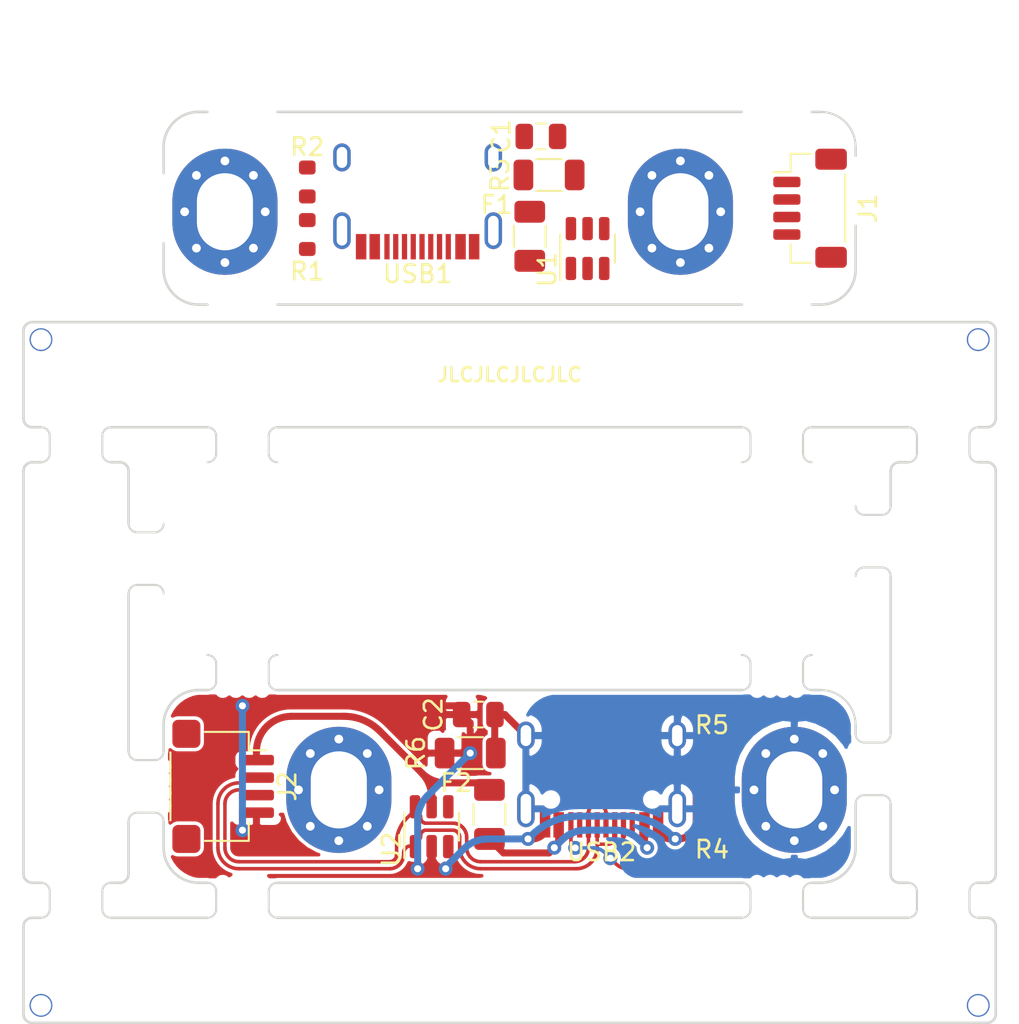
<source format=kicad_pcb>
(kicad_pcb (version 20171130) (host pcbnew "(5.1.4)-1")
  (layers (0 F.Cu signal) (31 B.Cu signal) (34 B.Paste user) (35 F.Paste user) (36 B.SilkS user) (37 F.SilkS user) (38 B.Mask user) (39 F.Mask user) (44 Edge.Cuts user))
  (net 0 "")
  (net 1 GND)
  (net 2 SHIELD)
  (net 3 VBUS)
  (net 4 +5V)
  (net 5 "Net-(R1-Pad2)")
  (net 6 "Net-(R2-Pad2)")
  (net 7 D+)
  (net 8 D-)
  (net 9 "Net-(R4-Pad2)")
  (net 10 "Net-(R5-Pad2)")
  (module Resistor_SMD:R_0603_1608Metric (layer F.Cu) (at 6.3 37 90)
    (fp_text reference R5 (at 2 0 180) (layer F.SilkS))
    (fp_text value 5.1K)
    (pad 2 smd roundrect (at 0.825 0 90) (size 0.8 0.95) (layers F.Cu F.Paste F.Mask) (net 10 "Net-(R5-Pad2)"))
    (pad 1 smd roundrect (at -0.825 0 90) (size 0.8 0.95) (layers F.Cu F.Paste F.Mask) (net 1 GND))
  )
  (module Resistor_SMD:R_1206_3216Metric (layer F.Cu) (at -7.5 36.6 180)
    (fp_text reference R6 (at 3.1 0 90) (layer F.SilkS))
    (fp_text value 1M)
    (pad 2 smd roundrect (at 1.4625 0 180) (size 1.125 1.75) (layers F.Cu F.Paste F.Mask) (roundrect_rratio 0.222222) (net 1 GND))
    (pad 1 smd roundrect (at -1.4625 0 180) (size 1.125 1.75) (layers F.Cu F.Paste F.Mask) (roundrect_rratio 0.222222) (net 2 SHIELD))
  )
  (module Type-C:HRO-TYPE-C-31-M-12-Assembly (layer F.Cu) (at 0 33 180)
    (fp_text reference USB2 (at 0 -9.25) (layer F.SilkS))
    (fp_text value HRO-TYPE-C-31-M-14)
    (pad 12 smd rect (at 3.225 -7.695 180) (size 0.6 1.45) (layers F.Cu F.Paste F.Mask) (net 1 GND))
    (pad 1 smd rect (at -3.225 -7.695 180) (size 0.6 1.45) (layers F.Cu F.Paste F.Mask) (net 1 GND))
    (pad 11 smd rect (at 2.45 -7.695 180) (size 0.6 1.45) (layers F.Cu F.Paste F.Mask) (net 3 VBUS))
    (pad 2 smd rect (at -2.45 -7.695 180) (size 0.6 1.45) (layers F.Cu F.Paste F.Mask) (net 3 VBUS))
    (pad 3 smd rect (at -1.75 -7.695 180) (size 0.3 1.45) (layers F.Cu F.Paste F.Mask))
    (pad 10 smd rect (at 1.75 -7.695 180) (size 0.3 1.45) (layers F.Cu F.Paste F.Mask) (net 10 "Net-(R5-Pad2)"))
    (pad 4 smd rect (at -1.25 -7.695 180) (size 0.3 1.45) (layers F.Cu F.Paste F.Mask) (net 9 "Net-(R4-Pad2)"))
    (pad 9 smd rect (at 1.25 -7.695 180) (size 0.3 1.45) (layers F.Cu F.Paste F.Mask))
    (pad 5 smd rect (at -0.75 -7.695 180) (size 0.3 1.45) (layers F.Cu F.Paste F.Mask) (net 8 D-))
    (pad 8 smd rect (at 0.75 -7.695 180) (size 0.3 1.45) (layers F.Cu F.Paste F.Mask) (net 7 D+))
    (pad 7 smd rect (at 0.25 -7.695 180) (size 0.3 1.45) (layers F.Cu F.Paste F.Mask) (net 8 D-))
    (pad 6 smd rect (at -0.25 -7.695 180) (size 0.3 1.45) (layers F.Cu F.Paste F.Mask) (net 7 D+))
    (pad "" np_thru_hole circle (at 2.89 -6.25 180) (size 0.65 0.65) (drill 0.65) (layers *.Cu *.Mask))
    (pad "" np_thru_hole circle (at -2.89 -6.25 180) (size 0.65 0.65) (drill 0.65) (layers *.Cu *.Mask))
    (pad 13 thru_hole oval (at -4.32 -6.78 180) (size 1 2.1) (drill oval 0.6 1.7) (layers *.Cu *.Mask) (net 2 SHIELD))
    (pad 13 thru_hole oval (at 4.32 -6.78 180) (size 1 2.1) (drill oval 0.6 1.7) (layers *.Cu *.Mask) (net 2 SHIELD))
    (pad 13 thru_hole oval (at -4.32 -2.6 180) (size 1 1.6) (drill oval 0.6 1.2) (layers *.Cu *.Mask) (net 2 SHIELD))
    (pad 13 thru_hole oval (at 4.32 -2.6 180) (size 1 1.6) (drill oval 0.6 1.2) (layers *.Cu *.Mask) (net 2 SHIELD))
  )
  (module Fuse:Fuse_1206_3216Metric (layer F.Cu) (at -6.4 40.1 270)
    (fp_text reference F2 (at -1.8 1.9 180) (layer F.SilkS))
    (fp_text value 500mA)
    (pad 2 smd roundrect (at 1.4 0 270) (size 1.25 1.75) (layers F.Cu F.Paste F.Mask) (roundrect_rratio 0.2) (net 3 VBUS))
    (pad 1 smd roundrect (at -1.4 0 270) (size 1.25 1.75) (layers F.Cu F.Paste F.Mask) (roundrect_rratio 0.2) (net 4 +5V))
  )
  (module crokto:jlc (layer F.Cu) (at -5.25 15)
    (fp_text reference H19 hide)
    (fp_text value jlc hide)
    (fp_text user JLCJLCJLCJLC (at 0 0) (layer F.SilkS) (effects (font (size 0.8 0.8))))
  )
  (module Package_TO_SOT_SMD:SOT-23-6 (layer F.Cu) (at -9.7 40.8 90)
    (fp_text reference U2 (at -1.3 -2.3 90) (layer F.SilkS))
    (fp_text value SRV05-4)
    (pad 6 smd roundrect (at 1.1375 -0.95 90) (size 1.325 0.6) (layers F.Cu F.Paste F.Mask) (net 7 D+))
    (pad 5 smd roundrect (at 1.1375 0 90) (size 1.325 0.6) (layers F.Cu F.Paste F.Mask) (net 4 +5V))
    (pad 4 smd roundrect (at 1.1375 0.95 90) (size 1.325 0.6) (layers F.Cu F.Paste F.Mask))
    (pad 3 smd roundrect (at -1.1375 0.95 90) (size 1.325 0.6) (layers F.Cu F.Paste F.Mask))
    (pad 2 smd roundrect (at -1.1375 0 90) (size 1.325 0.6) (layers F.Cu F.Paste F.Mask) (net 1 GND))
    (pad 1 smd roundrect (at -1.1375 -0.95 90) (size 1.325 0.6) (layers F.Cu F.Paste F.Mask) (net 8 D-))
  )
  (module crokto:JLCPCBA (layer F.Cu) (at -32 13)
    (fp_text reference H20 hide)
    (fp_text value pcba)
    (pad "" np_thru_hole circle (at 0 0) (size 1.3 1.3) (drill 1.152) (layers *.Cu *.Mask))
  )
  (module Capacitor_SMD:C_0805_2012Metric (layer F.Cu) (at -7.0375 34.4 180)
    (fp_text reference C2 (at 2.5625 0 90) (layer F.SilkS))
    (fp_text value 470n)
    (pad 2 smd roundrect (at 0.95 0 180) (size 1 1.45) (layers F.Cu F.Paste F.Mask) (net 1 GND))
    (pad 1 smd roundrect (at -0.95 0 180) (size 1 1.45) (layers F.Cu F.Paste F.Mask) (net 2 SHIELD))
  )
  (module crokto:JLCPCBA (layer F.Cu) (at 21.5 13)
    (fp_text reference H21 hide)
    (fp_text value pcba)
    (pad "" np_thru_hole circle (at 0 0) (size 1.3 1.3) (drill 1.152) (layers *.Cu *.Mask))
  )
  (module Resistor_SMD:R_0603_1608Metric (layer F.Cu) (at 6.3 40 90)
    (fp_text reference R4 (at -2.1 0 180) (layer F.SilkS))
    (fp_text value 5.1K)
    (pad 2 smd roundrect (at 0.825 0 90) (size 0.8 0.95) (layers F.Cu F.Paste F.Mask) (net 9 "Net-(R4-Pad2)"))
    (pad 1 smd roundrect (at -0.825 0 90) (size 0.8 0.95) (layers F.Cu F.Paste F.Mask) (net 1 GND))
  )
  (module crokto:JLCPCBA (layer F.Cu) (at -32 51)
    (fp_text reference H22 hide)
    (fp_text value pcba)
    (pad "" np_thru_hole circle (at 0 0) (size 1.3 1.3) (drill 1.152) (layers *.Cu *.Mask))
  )
  (module crokto:JST_SH_SM04B-SRSS-TB_1x04-1MP_P1.00mm_Horizontal (layer F.Cu) (at -21.925 38.5 270)
    (fp_text reference J2 (at 0 -3.98 90) (layer F.SilkS))
    (fp_text value JST_SH_SM04B-SRSS-TB_1x04)
    (pad MP smd roundrect (at 3 1.775 270) (size 1.6 1.6) (layers F.Cu F.Paste F.Mask) (roundrect_rratio 0.2))
    (pad MP smd roundrect (at -3 1.775 270) (size 1.6 1.6) (layers F.Cu F.Paste F.Mask) (roundrect_rratio 0.2))
    (pad 4 smd roundrect (at 1.5 -2.225 270) (size 0.6 2) (layers F.Cu F.Paste F.Mask) (net 1 GND))
    (pad 3 smd roundrect (at 0.5 -2.225 270) (size 0.6 2) (layers F.Cu F.Paste F.Mask) (net 7 D+))
    (pad 2 smd roundrect (at -0.5 -2.225 270) (size 0.6 2) (layers F.Cu F.Paste F.Mask) (net 8 D-))
    (pad 1 smd roundrect (at -1.5 -2.225 270) (size 0.6 2) (layers F.Cu F.Paste F.Mask) (net 4 +5V))
  )
  (module crokto:M3_Via_Hole_NC_OVAL (layer F.Cu) (at -15 38.7)
    (fp_text reference H7 hide)
    (fp_text value MountingHole)
    (pad 1 thru_hole circle (at 1.626346 -2.076346) (size 0.8 0.8) (drill 0.5) (layers *.Cu F.Mask))
    (pad 1 thru_hole circle (at 0 -2.9) (size 0.8 0.8) (drill 0.5) (layers *.Cu F.Mask))
    (pad 1 thru_hole circle (at -1.626346 -2.076346) (size 0.8 0.8) (drill 0.5) (layers *.Cu F.Mask))
    (pad 1 thru_hole circle (at -2.3 0) (size 0.8 0.8) (drill 0.5) (layers *.Cu F.Mask))
    (pad 1 thru_hole circle (at -1.626346 2.076346) (size 0.8 0.8) (drill 0.5) (layers *.Cu F.Mask))
    (pad 1 thru_hole circle (at 0 2.9) (size 0.8 0.8) (drill 0.5) (layers *.Cu F.Mask))
    (pad 1 thru_hole circle (at 1.626346 2.076346) (size 0.8 0.8) (drill 0.5) (layers *.Cu F.Mask))
    (pad 1 thru_hole circle (at 2.3 0) (size 0.8 0.8) (drill 0.5) (layers *.Cu F.Mask))
    (pad 1 thru_hole oval (at 0 0) (size 6 7.2) (drill oval 3.2 4.4) (layers *.Cu F.Mask))
  )
  (module crokto:M3_Via_Hole_OVAL (layer F.Cu) (at 11 38.7)
    (fp_text reference H8 hide)
    (fp_text value MountingHole_Pad)
    (pad 1 thru_hole circle (at 1.626346 -2.076346) (size 0.8 0.8) (drill 0.5) (layers *.Cu *.Mask) (net 2 SHIELD))
    (pad 1 thru_hole circle (at 0 -2.9) (size 0.8 0.8) (drill 0.5) (layers *.Cu *.Mask) (net 2 SHIELD))
    (pad 1 thru_hole circle (at -1.626346 -2.076346) (size 0.8 0.8) (drill 0.5) (layers *.Cu *.Mask) (net 2 SHIELD))
    (pad 1 thru_hole circle (at -2.3 0) (size 0.8 0.8) (drill 0.5) (layers *.Cu *.Mask) (net 2 SHIELD))
    (pad 1 thru_hole circle (at -1.626346 2.076346) (size 0.8 0.8) (drill 0.5) (layers *.Cu *.Mask) (net 2 SHIELD))
    (pad 1 thru_hole circle (at 0 2.9) (size 0.8 0.8) (drill 0.5) (layers *.Cu *.Mask) (net 2 SHIELD))
    (pad 1 thru_hole circle (at 1.626346 2.076346) (size 0.8 0.8) (drill 0.5) (layers *.Cu *.Mask) (net 2 SHIELD))
    (pad 1 thru_hole circle (at 2.3 0) (size 0.8 0.8) (drill 0.5) (layers *.Cu *.Mask) (net 2 SHIELD))
    (pad 1 thru_hole oval (at 0 0) (size 6 7.2) (drill oval 3.2 4.4) (layers *.Cu *.Mask) (net 2 SHIELD))
  )
  (module crokto:mousebite-tab (layer F.Cu) (at -30 46)
    (fp_text reference H17 hide)
    (fp_text value mousebites)
    (fp_arc (start -2 -1.5) (end -1.5 -1.5) (angle -90) (layer Edge.Cuts) (width 0.12))
    (fp_arc (start 2 -1.5) (end 2 -2) (angle -90) (layer Edge.Cuts) (width 0.12))
    (fp_line (start -1.5 -0.5) (end -1.5 -1.5) (layer Edge.Cuts) (width 0.12))
    (fp_line (start 1.5 -0.5) (end 1.5 -1.5) (layer Edge.Cuts) (width 0.12))
    (fp_arc (start -2 -0.5) (end -2 0) (angle -90) (layer Edge.Cuts) (width 0.12))
    (fp_arc (start 2 -0.5) (end 1.5 -0.5) (angle -90) (layer Edge.Cuts) (width 0.12))
    (pad "" np_thru_hole circle (at -1.125 -2 90) (size 0.5 0.5) (drill 0.5) (layers *.Cu *.Mask))
    (pad "" np_thru_hole circle (at 1.125 -2 90) (size 0.5 0.5) (drill 0.5) (layers *.Cu *.Mask))
    (pad "" np_thru_hole circle (at -0.375 -2 90) (size 0.5 0.5) (drill 0.5) (layers *.Cu *.Mask))
    (pad "" np_thru_hole circle (at 0.375 -2 90) (size 0.5 0.5) (drill 0.5) (layers *.Cu *.Mask))
    (pad "" np_thru_hole circle (at 0.375 0 90) (size 0.5 0.5) (drill 0.5) (layers *.Cu *.Mask))
    (pad "" np_thru_hole circle (at 1.125 0 90) (size 0.5 0.5) (drill 0.5) (layers *.Cu *.Mask))
    (pad "" np_thru_hole circle (at -0.375 0 90) (size 0.5 0.5) (drill 0.5) (layers *.Cu *.Mask))
    (pad "" np_thru_hole circle (at -1.125 0 90) (size 0.5 0.5) (drill 0.5) (layers *.Cu *.Mask))
  )
  (module crokto:mousebite-tab (layer F.Cu) (at 14.5 37.5 270)
    (fp_text reference H13 hide)
    (fp_text value mousebites)
    (fp_arc (start -2 -1.5) (end -1.5 -1.5) (angle -90) (layer Edge.Cuts) (width 0.12))
    (fp_arc (start 2 -1.5) (end 2 -2) (angle -90) (layer Edge.Cuts) (width 0.12))
    (fp_line (start -1.5 -0.5) (end -1.5 -1.5) (layer Edge.Cuts) (width 0.12))
    (fp_line (start 1.5 -0.5) (end 1.5 -1.5) (layer Edge.Cuts) (width 0.12))
    (fp_arc (start -2 -0.5) (end -2 0) (angle -90) (layer Edge.Cuts) (width 0.12))
    (fp_arc (start 2 -0.5) (end 1.5 -0.5) (angle -90) (layer Edge.Cuts) (width 0.12))
    (pad "" np_thru_hole circle (at -1.125 -2) (size 0.5 0.5) (drill 0.5) (layers *.Cu *.Mask))
    (pad "" np_thru_hole circle (at 1.125 -2) (size 0.5 0.5) (drill 0.5) (layers *.Cu *.Mask))
    (pad "" np_thru_hole circle (at -0.375 -2) (size 0.5 0.5) (drill 0.5) (layers *.Cu *.Mask))
    (pad "" np_thru_hole circle (at 0.375 -2) (size 0.5 0.5) (drill 0.5) (layers *.Cu *.Mask))
    (pad "" np_thru_hole circle (at 0.375 0) (size 0.5 0.5) (drill 0.5) (layers *.Cu *.Mask))
    (pad "" np_thru_hole circle (at 1.125 0) (size 0.5 0.5) (drill 0.5) (layers *.Cu *.Mask))
    (pad "" np_thru_hole circle (at -0.375 0) (size 0.5 0.5) (drill 0.5) (layers *.Cu *.Mask))
    (pad "" np_thru_hole circle (at -1.125 0) (size 0.5 0.5) (drill 0.5) (layers *.Cu *.Mask))
  )
  (module crokto:mousebite-tab (layer F.Cu) (at -25 38.5 90)
    (fp_text reference H12 hide)
    (fp_text value mousebites)
    (fp_arc (start -2 -1.5) (end -1.5 -1.5) (angle -90) (layer Edge.Cuts) (width 0.12))
    (fp_arc (start 2 -1.5) (end 2 -2) (angle -90) (layer Edge.Cuts) (width 0.12))
    (fp_line (start -1.5 -0.5) (end -1.5 -1.5) (layer Edge.Cuts) (width 0.12))
    (fp_line (start 1.5 -0.5) (end 1.5 -1.5) (layer Edge.Cuts) (width 0.12))
    (fp_arc (start -2 -0.5) (end -2 0) (angle -90) (layer Edge.Cuts) (width 0.12))
    (fp_arc (start 2 -0.5) (end 1.5 -0.5) (angle -90) (layer Edge.Cuts) (width 0.12))
    (pad "" np_thru_hole circle (at -1.125 -2 180) (size 0.5 0.5) (drill 0.5) (layers *.Cu *.Mask))
    (pad "" np_thru_hole circle (at 1.125 -2 180) (size 0.5 0.5) (drill 0.5) (layers *.Cu *.Mask))
    (pad "" np_thru_hole circle (at -0.375 -2 180) (size 0.5 0.5) (drill 0.5) (layers *.Cu *.Mask))
    (pad "" np_thru_hole circle (at 0.375 -2 180) (size 0.5 0.5) (drill 0.5) (layers *.Cu *.Mask))
    (pad "" np_thru_hole circle (at 0.375 0 180) (size 0.5 0.5) (drill 0.5) (layers *.Cu *.Mask))
    (pad "" np_thru_hole circle (at 1.125 0 180) (size 0.5 0.5) (drill 0.5) (layers *.Cu *.Mask))
    (pad "" np_thru_hole circle (at -0.375 0 180) (size 0.5 0.5) (drill 0.5) (layers *.Cu *.Mask))
    (pad "" np_thru_hole circle (at -1.125 0 180) (size 0.5 0.5) (drill 0.5) (layers *.Cu *.Mask))
  )
  (module crokto:mousebite-tab (layer F.Cu) (at 14.5 24.5 270)
    (fp_text reference H14 hide)
    (fp_text value mousebites)
    (fp_arc (start -2 -1.5) (end -1.5 -1.5) (angle -90) (layer Edge.Cuts) (width 0.12))
    (fp_arc (start 2 -1.5) (end 2 -2) (angle -90) (layer Edge.Cuts) (width 0.12))
    (fp_line (start -1.5 -0.5) (end -1.5 -1.5) (layer Edge.Cuts) (width 0.12))
    (fp_line (start 1.5 -0.5) (end 1.5 -1.5) (layer Edge.Cuts) (width 0.12))
    (fp_arc (start -2 -0.5) (end -2 0) (angle -90) (layer Edge.Cuts) (width 0.12))
    (fp_arc (start 2 -0.5) (end 1.5 -0.5) (angle -90) (layer Edge.Cuts) (width 0.12))
    (pad "" np_thru_hole circle (at -1.125 -2) (size 0.5 0.5) (drill 0.5) (layers *.Cu *.Mask))
    (pad "" np_thru_hole circle (at 1.125 -2) (size 0.5 0.5) (drill 0.5) (layers *.Cu *.Mask))
    (pad "" np_thru_hole circle (at -0.375 -2) (size 0.5 0.5) (drill 0.5) (layers *.Cu *.Mask))
    (pad "" np_thru_hole circle (at 0.375 -2) (size 0.5 0.5) (drill 0.5) (layers *.Cu *.Mask))
    (pad "" np_thru_hole circle (at 0.375 0) (size 0.5 0.5) (drill 0.5) (layers *.Cu *.Mask))
    (pad "" np_thru_hole circle (at 1.125 0) (size 0.5 0.5) (drill 0.5) (layers *.Cu *.Mask))
    (pad "" np_thru_hole circle (at -0.375 0) (size 0.5 0.5) (drill 0.5) (layers *.Cu *.Mask))
    (pad "" np_thru_hole circle (at -1.125 0) (size 0.5 0.5) (drill 0.5) (layers *.Cu *.Mask))
  )
  (module crokto:mousebite-tab (layer F.Cu) (at -30 20)
    (fp_text reference H15 hide)
    (fp_text value mousebites)
    (fp_arc (start -2 -1.5) (end -1.5 -1.5) (angle -90) (layer Edge.Cuts) (width 0.12))
    (fp_arc (start 2 -1.5) (end 2 -2) (angle -90) (layer Edge.Cuts) (width 0.12))
    (fp_line (start -1.5 -0.5) (end -1.5 -1.5) (layer Edge.Cuts) (width 0.12))
    (fp_line (start 1.5 -0.5) (end 1.5 -1.5) (layer Edge.Cuts) (width 0.12))
    (fp_arc (start -2 -0.5) (end -2 0) (angle -90) (layer Edge.Cuts) (width 0.12))
    (fp_arc (start 2 -0.5) (end 1.5 -0.5) (angle -90) (layer Edge.Cuts) (width 0.12))
    (pad "" np_thru_hole circle (at -1.125 -2 90) (size 0.5 0.5) (drill 0.5) (layers *.Cu *.Mask))
    (pad "" np_thru_hole circle (at 1.125 -2 90) (size 0.5 0.5) (drill 0.5) (layers *.Cu *.Mask))
    (pad "" np_thru_hole circle (at -0.375 -2 90) (size 0.5 0.5) (drill 0.5) (layers *.Cu *.Mask))
    (pad "" np_thru_hole circle (at 0.375 -2 90) (size 0.5 0.5) (drill 0.5) (layers *.Cu *.Mask))
    (pad "" np_thru_hole circle (at 0.375 0 90) (size 0.5 0.5) (drill 0.5) (layers *.Cu *.Mask))
    (pad "" np_thru_hole circle (at 1.125 0 90) (size 0.5 0.5) (drill 0.5) (layers *.Cu *.Mask))
    (pad "" np_thru_hole circle (at -0.375 0 90) (size 0.5 0.5) (drill 0.5) (layers *.Cu *.Mask))
    (pad "" np_thru_hole circle (at -1.125 0 90) (size 0.5 0.5) (drill 0.5) (layers *.Cu *.Mask))
  )
  (module crokto:mousebite-tab (layer F.Cu) (at 10 46)
    (fp_text reference H10 hide)
    (fp_text value mousebites)
    (fp_arc (start -2 -1.5) (end -1.5 -1.5) (angle -90) (layer Edge.Cuts) (width 0.12))
    (fp_arc (start 2 -1.5) (end 2 -2) (angle -90) (layer Edge.Cuts) (width 0.12))
    (fp_line (start -1.5 -0.5) (end -1.5 -1.5) (layer Edge.Cuts) (width 0.12))
    (fp_line (start 1.5 -0.5) (end 1.5 -1.5) (layer Edge.Cuts) (width 0.12))
    (fp_arc (start -2 -0.5) (end -2 0) (angle -90) (layer Edge.Cuts) (width 0.12))
    (fp_arc (start 2 -0.5) (end 1.5 -0.5) (angle -90) (layer Edge.Cuts) (width 0.12))
    (pad "" np_thru_hole circle (at -1.125 -2 90) (size 0.5 0.5) (drill 0.5) (layers *.Cu *.Mask))
    (pad "" np_thru_hole circle (at 1.125 -2 90) (size 0.5 0.5) (drill 0.5) (layers *.Cu *.Mask))
    (pad "" np_thru_hole circle (at -0.375 -2 90) (size 0.5 0.5) (drill 0.5) (layers *.Cu *.Mask))
    (pad "" np_thru_hole circle (at 0.375 -2 90) (size 0.5 0.5) (drill 0.5) (layers *.Cu *.Mask))
    (pad "" np_thru_hole circle (at 0.375 0 90) (size 0.5 0.5) (drill 0.5) (layers *.Cu *.Mask))
    (pad "" np_thru_hole circle (at 1.125 0 90) (size 0.5 0.5) (drill 0.5) (layers *.Cu *.Mask))
    (pad "" np_thru_hole circle (at -0.375 0 90) (size 0.5 0.5) (drill 0.5) (layers *.Cu *.Mask))
    (pad "" np_thru_hole circle (at -1.125 0 90) (size 0.5 0.5) (drill 0.5) (layers *.Cu *.Mask))
  )
  (module crokto:mousebite-tab (layer F.Cu) (at 10 33)
    (fp_text reference H4 hide)
    (fp_text value mousebites)
    (fp_arc (start -2 -1.5) (end -1.5 -1.5) (angle -90) (layer Edge.Cuts) (width 0.12))
    (fp_arc (start 2 -1.5) (end 2 -2) (angle -90) (layer Edge.Cuts) (width 0.12))
    (fp_line (start -1.5 -0.5) (end -1.5 -1.5) (layer Edge.Cuts) (width 0.12))
    (fp_line (start 1.5 -0.5) (end 1.5 -1.5) (layer Edge.Cuts) (width 0.12))
    (fp_arc (start -2 -0.5) (end -2 0) (angle -90) (layer Edge.Cuts) (width 0.12))
    (fp_arc (start 2 -0.5) (end 1.5 -0.5) (angle -90) (layer Edge.Cuts) (width 0.12))
    (pad "" np_thru_hole circle (at -1.125 -2 90) (size 0.5 0.5) (drill 0.5) (layers *.Cu *.Mask))
    (pad "" np_thru_hole circle (at 1.125 -2 90) (size 0.5 0.5) (drill 0.5) (layers *.Cu *.Mask))
    (pad "" np_thru_hole circle (at -0.375 -2 90) (size 0.5 0.5) (drill 0.5) (layers *.Cu *.Mask))
    (pad "" np_thru_hole circle (at 0.375 -2 90) (size 0.5 0.5) (drill 0.5) (layers *.Cu *.Mask))
    (pad "" np_thru_hole circle (at 0.375 0 90) (size 0.5 0.5) (drill 0.5) (layers *.Cu *.Mask))
    (pad "" np_thru_hole circle (at 1.125 0 90) (size 0.5 0.5) (drill 0.5) (layers *.Cu *.Mask))
    (pad "" np_thru_hole circle (at -0.375 0 90) (size 0.5 0.5) (drill 0.5) (layers *.Cu *.Mask))
    (pad "" np_thru_hole circle (at -1.125 0 90) (size 0.5 0.5) (drill 0.5) (layers *.Cu *.Mask))
  )
  (module crokto:mousebite-tab (layer F.Cu) (at -25 25.5 90)
    (fp_text reference H11 hide)
    (fp_text value mousebites)
    (fp_arc (start -2 -1.5) (end -1.5 -1.5) (angle -90) (layer Edge.Cuts) (width 0.12))
    (fp_arc (start 2 -1.5) (end 2 -2) (angle -90) (layer Edge.Cuts) (width 0.12))
    (fp_line (start -1.5 -0.5) (end -1.5 -1.5) (layer Edge.Cuts) (width 0.12))
    (fp_line (start 1.5 -0.5) (end 1.5 -1.5) (layer Edge.Cuts) (width 0.12))
    (fp_arc (start -2 -0.5) (end -2 0) (angle -90) (layer Edge.Cuts) (width 0.12))
    (fp_arc (start 2 -0.5) (end 1.5 -0.5) (angle -90) (layer Edge.Cuts) (width 0.12))
    (pad "" np_thru_hole circle (at -1.125 -2 180) (size 0.5 0.5) (drill 0.5) (layers *.Cu *.Mask))
    (pad "" np_thru_hole circle (at 1.125 -2 180) (size 0.5 0.5) (drill 0.5) (layers *.Cu *.Mask))
    (pad "" np_thru_hole circle (at -0.375 -2 180) (size 0.5 0.5) (drill 0.5) (layers *.Cu *.Mask))
    (pad "" np_thru_hole circle (at 0.375 -2 180) (size 0.5 0.5) (drill 0.5) (layers *.Cu *.Mask))
    (pad "" np_thru_hole circle (at 0.375 0 180) (size 0.5 0.5) (drill 0.5) (layers *.Cu *.Mask))
    (pad "" np_thru_hole circle (at 1.125 0 180) (size 0.5 0.5) (drill 0.5) (layers *.Cu *.Mask))
    (pad "" np_thru_hole circle (at -0.375 0 180) (size 0.5 0.5) (drill 0.5) (layers *.Cu *.Mask))
    (pad "" np_thru_hole circle (at -1.125 0 180) (size 0.5 0.5) (drill 0.5) (layers *.Cu *.Mask))
  )
  (module crokto:mousebite-tab (layer F.Cu) (at -20.5 46)
    (fp_text reference H9 hide)
    (fp_text value mousebites)
    (fp_arc (start -2 -1.5) (end -1.5 -1.5) (angle -90) (layer Edge.Cuts) (width 0.12))
    (fp_arc (start 2 -1.5) (end 2 -2) (angle -90) (layer Edge.Cuts) (width 0.12))
    (fp_line (start -1.5 -0.5) (end -1.5 -1.5) (layer Edge.Cuts) (width 0.12))
    (fp_line (start 1.5 -0.5) (end 1.5 -1.5) (layer Edge.Cuts) (width 0.12))
    (fp_arc (start -2 -0.5) (end -2 0) (angle -90) (layer Edge.Cuts) (width 0.12))
    (fp_arc (start 2 -0.5) (end 1.5 -0.5) (angle -90) (layer Edge.Cuts) (width 0.12))
    (pad "" np_thru_hole circle (at -1.125 -2 90) (size 0.5 0.5) (drill 0.5) (layers *.Cu *.Mask))
    (pad "" np_thru_hole circle (at 1.125 -2 90) (size 0.5 0.5) (drill 0.5) (layers *.Cu *.Mask))
    (pad "" np_thru_hole circle (at -0.375 -2 90) (size 0.5 0.5) (drill 0.5) (layers *.Cu *.Mask))
    (pad "" np_thru_hole circle (at 0.375 -2 90) (size 0.5 0.5) (drill 0.5) (layers *.Cu *.Mask))
    (pad "" np_thru_hole circle (at 0.375 0 90) (size 0.5 0.5) (drill 0.5) (layers *.Cu *.Mask))
    (pad "" np_thru_hole circle (at 1.125 0 90) (size 0.5 0.5) (drill 0.5) (layers *.Cu *.Mask))
    (pad "" np_thru_hole circle (at -0.375 0 90) (size 0.5 0.5) (drill 0.5) (layers *.Cu *.Mask))
    (pad "" np_thru_hole circle (at -1.125 0 90) (size 0.5 0.5) (drill 0.5) (layers *.Cu *.Mask))
  )
  (module crokto:mousebite-tab (layer F.Cu) (at -20.5 20)
    (fp_text reference H5 hide)
    (fp_text value mousebites)
    (fp_arc (start -2 -1.5) (end -1.5 -1.5) (angle -90) (layer Edge.Cuts) (width 0.12))
    (fp_arc (start 2 -1.5) (end 2 -2) (angle -90) (layer Edge.Cuts) (width 0.12))
    (fp_line (start -1.5 -0.5) (end -1.5 -1.5) (layer Edge.Cuts) (width 0.12))
    (fp_line (start 1.5 -0.5) (end 1.5 -1.5) (layer Edge.Cuts) (width 0.12))
    (fp_arc (start -2 -0.5) (end -2 0) (angle -90) (layer Edge.Cuts) (width 0.12))
    (fp_arc (start 2 -0.5) (end 1.5 -0.5) (angle -90) (layer Edge.Cuts) (width 0.12))
    (pad "" np_thru_hole circle (at -1.125 -2 90) (size 0.5 0.5) (drill 0.5) (layers *.Cu *.Mask))
    (pad "" np_thru_hole circle (at 1.125 -2 90) (size 0.5 0.5) (drill 0.5) (layers *.Cu *.Mask))
    (pad "" np_thru_hole circle (at -0.375 -2 90) (size 0.5 0.5) (drill 0.5) (layers *.Cu *.Mask))
    (pad "" np_thru_hole circle (at 0.375 -2 90) (size 0.5 0.5) (drill 0.5) (layers *.Cu *.Mask))
    (pad "" np_thru_hole circle (at 0.375 0 90) (size 0.5 0.5) (drill 0.5) (layers *.Cu *.Mask))
    (pad "" np_thru_hole circle (at 1.125 0 90) (size 0.5 0.5) (drill 0.5) (layers *.Cu *.Mask))
    (pad "" np_thru_hole circle (at -0.375 0 90) (size 0.5 0.5) (drill 0.5) (layers *.Cu *.Mask))
    (pad "" np_thru_hole circle (at -1.125 0 90) (size 0.5 0.5) (drill 0.5) (layers *.Cu *.Mask))
  )
  (module crokto:mousebite-tab (layer F.Cu) (at 10 20)
    (fp_text reference H6 hide)
    (fp_text value mousebites)
    (fp_arc (start -2 -1.5) (end -1.5 -1.5) (angle -90) (layer Edge.Cuts) (width 0.12))
    (fp_arc (start 2 -1.5) (end 2 -2) (angle -90) (layer Edge.Cuts) (width 0.12))
    (fp_line (start -1.5 -0.5) (end -1.5 -1.5) (layer Edge.Cuts) (width 0.12))
    (fp_line (start 1.5 -0.5) (end 1.5 -1.5) (layer Edge.Cuts) (width 0.12))
    (fp_arc (start -2 -0.5) (end -2 0) (angle -90) (layer Edge.Cuts) (width 0.12))
    (fp_arc (start 2 -0.5) (end 1.5 -0.5) (angle -90) (layer Edge.Cuts) (width 0.12))
    (pad "" np_thru_hole circle (at -1.125 -2 90) (size 0.5 0.5) (drill 0.5) (layers *.Cu *.Mask))
    (pad "" np_thru_hole circle (at 1.125 -2 90) (size 0.5 0.5) (drill 0.5) (layers *.Cu *.Mask))
    (pad "" np_thru_hole circle (at -0.375 -2 90) (size 0.5 0.5) (drill 0.5) (layers *.Cu *.Mask))
    (pad "" np_thru_hole circle (at 0.375 -2 90) (size 0.5 0.5) (drill 0.5) (layers *.Cu *.Mask))
    (pad "" np_thru_hole circle (at 0.375 0 90) (size 0.5 0.5) (drill 0.5) (layers *.Cu *.Mask))
    (pad "" np_thru_hole circle (at 1.125 0 90) (size 0.5 0.5) (drill 0.5) (layers *.Cu *.Mask))
    (pad "" np_thru_hole circle (at -0.375 0 90) (size 0.5 0.5) (drill 0.5) (layers *.Cu *.Mask))
    (pad "" np_thru_hole circle (at -1.125 0 90) (size 0.5 0.5) (drill 0.5) (layers *.Cu *.Mask))
  )
  (module crokto:mousebite-tab (layer F.Cu) (at -20.5 33)
    (fp_text reference H3 hide)
    (fp_text value mousebites)
    (fp_arc (start -2 -1.5) (end -1.5 -1.5) (angle -90) (layer Edge.Cuts) (width 0.12))
    (fp_arc (start 2 -1.5) (end 2 -2) (angle -90) (layer Edge.Cuts) (width 0.12))
    (fp_line (start -1.5 -0.5) (end -1.5 -1.5) (layer Edge.Cuts) (width 0.12))
    (fp_line (start 1.5 -0.5) (end 1.5 -1.5) (layer Edge.Cuts) (width 0.12))
    (fp_arc (start -2 -0.5) (end -2 0) (angle -90) (layer Edge.Cuts) (width 0.12))
    (fp_arc (start 2 -0.5) (end 1.5 -0.5) (angle -90) (layer Edge.Cuts) (width 0.12))
    (pad "" np_thru_hole circle (at -1.125 -2 90) (size 0.5 0.5) (drill 0.5) (layers *.Cu *.Mask))
    (pad "" np_thru_hole circle (at 1.125 -2 90) (size 0.5 0.5) (drill 0.5) (layers *.Cu *.Mask))
    (pad "" np_thru_hole circle (at -0.375 -2 90) (size 0.5 0.5) (drill 0.5) (layers *.Cu *.Mask))
    (pad "" np_thru_hole circle (at 0.375 -2 90) (size 0.5 0.5) (drill 0.5) (layers *.Cu *.Mask))
    (pad "" np_thru_hole circle (at 0.375 0 90) (size 0.5 0.5) (drill 0.5) (layers *.Cu *.Mask))
    (pad "" np_thru_hole circle (at 1.125 0 90) (size 0.5 0.5) (drill 0.5) (layers *.Cu *.Mask))
    (pad "" np_thru_hole circle (at -0.375 0 90) (size 0.5 0.5) (drill 0.5) (layers *.Cu *.Mask))
    (pad "" np_thru_hole circle (at -1.125 0 90) (size 0.5 0.5) (drill 0.5) (layers *.Cu *.Mask))
  )
  (module crokto:JLCPCBA (layer F.Cu) (at 21.5 51)
    (fp_text reference H23 hide)
    (fp_text value pcba)
    (pad "" np_thru_hole circle (at 0 0) (size 1.3 1.3) (drill 1.152) (layers *.Cu *.Mask))
  )
  (module crokto:mousebite-tab (layer F.Cu) (at 19.5 46)
    (fp_text reference H18 hide)
    (fp_text value mousebites)
    (fp_arc (start -2 -1.5) (end -1.5 -1.5) (angle -90) (layer Edge.Cuts) (width 0.12))
    (fp_arc (start 2 -1.5) (end 2 -2) (angle -90) (layer Edge.Cuts) (width 0.12))
    (fp_line (start -1.5 -0.5) (end -1.5 -1.5) (layer Edge.Cuts) (width 0.12))
    (fp_line (start 1.5 -0.5) (end 1.5 -1.5) (layer Edge.Cuts) (width 0.12))
    (fp_arc (start -2 -0.5) (end -2 0) (angle -90) (layer Edge.Cuts) (width 0.12))
    (fp_arc (start 2 -0.5) (end 1.5 -0.5) (angle -90) (layer Edge.Cuts) (width 0.12))
    (pad "" np_thru_hole circle (at -1.125 -2 90) (size 0.5 0.5) (drill 0.5) (layers *.Cu *.Mask))
    (pad "" np_thru_hole circle (at 1.125 -2 90) (size 0.5 0.5) (drill 0.5) (layers *.Cu *.Mask))
    (pad "" np_thru_hole circle (at -0.375 -2 90) (size 0.5 0.5) (drill 0.5) (layers *.Cu *.Mask))
    (pad "" np_thru_hole circle (at 0.375 -2 90) (size 0.5 0.5) (drill 0.5) (layers *.Cu *.Mask))
    (pad "" np_thru_hole circle (at 0.375 0 90) (size 0.5 0.5) (drill 0.5) (layers *.Cu *.Mask))
    (pad "" np_thru_hole circle (at 1.125 0 90) (size 0.5 0.5) (drill 0.5) (layers *.Cu *.Mask))
    (pad "" np_thru_hole circle (at -0.375 0 90) (size 0.5 0.5) (drill 0.5) (layers *.Cu *.Mask))
    (pad "" np_thru_hole circle (at -1.125 0 90) (size 0.5 0.5) (drill 0.5) (layers *.Cu *.Mask))
  )
  (module crokto:mousebite-tab (layer F.Cu) (at 19.5 20)
    (fp_text reference H16 hide)
    (fp_text value mousebites)
    (fp_arc (start -2 -1.5) (end -1.5 -1.5) (angle -90) (layer Edge.Cuts) (width 0.12))
    (fp_arc (start 2 -1.5) (end 2 -2) (angle -90) (layer Edge.Cuts) (width 0.12))
    (fp_line (start -1.5 -0.5) (end -1.5 -1.5) (layer Edge.Cuts) (width 0.12))
    (fp_line (start 1.5 -0.5) (end 1.5 -1.5) (layer Edge.Cuts) (width 0.12))
    (fp_arc (start -2 -0.5) (end -2 0) (angle -90) (layer Edge.Cuts) (width 0.12))
    (fp_arc (start 2 -0.5) (end 1.5 -0.5) (angle -90) (layer Edge.Cuts) (width 0.12))
    (pad "" np_thru_hole circle (at -1.125 -2 90) (size 0.5 0.5) (drill 0.5) (layers *.Cu *.Mask))
    (pad "" np_thru_hole circle (at 1.125 -2 90) (size 0.5 0.5) (drill 0.5) (layers *.Cu *.Mask))
    (pad "" np_thru_hole circle (at -0.375 -2 90) (size 0.5 0.5) (drill 0.5) (layers *.Cu *.Mask))
    (pad "" np_thru_hole circle (at 0.375 -2 90) (size 0.5 0.5) (drill 0.5) (layers *.Cu *.Mask))
    (pad "" np_thru_hole circle (at 0.375 0 90) (size 0.5 0.5) (drill 0.5) (layers *.Cu *.Mask))
    (pad "" np_thru_hole circle (at 1.125 0 90) (size 0.5 0.5) (drill 0.5) (layers *.Cu *.Mask))
    (pad "" np_thru_hole circle (at -0.375 0 90) (size 0.5 0.5) (drill 0.5) (layers *.Cu *.Mask))
    (pad "" np_thru_hole circle (at -1.125 0 90) (size 0.5 0.5) (drill 0.5) (layers *.Cu *.Mask))
  )
  (module crokto:JST_SH_BM04B-SRSS-TB_1x04-1MP_P1.00mm_Vertical (layer F.Cu) (at 11.9 5.5 270)
    (fp_text reference J1 (at 0 -3.3 90) (layer F.SilkS))
    (fp_text value JST_SH_SM04B-SRSS-TB_1x04)
    (pad MP smd roundrect (at 2.8 -1.2 270) (size 1.2 1.8) (layers F.Cu F.Paste F.Mask) (roundrect_rratio 0.208333))
    (pad MP smd roundrect (at -2.8 -1.2 270) (size 1.2 1.8) (layers F.Cu F.Paste F.Mask) (roundrect_rratio 0.208333))
    (pad 4 smd roundrect (at 1.5 1.325 270) (size 0.6 1.55) (layers F.Cu F.Paste F.Mask) (net 1 GND))
    (pad 3 smd roundrect (at 0.5 1.325 270) (size 0.6 1.55) (layers F.Cu F.Paste F.Mask) (net 7 D+))
    (pad 2 smd roundrect (at -0.5 1.325 270) (size 0.6 1.55) (layers F.Cu F.Paste F.Mask) (net 8 D-))
    (pad 1 smd roundrect (at -1.5 1.325 270) (size 0.6 1.55) (layers F.Cu F.Paste F.Mask) (net 4 +5V))
  )
  (module Resistor_SMD:R_0603_1608Metric (layer F.Cu) (at -16.8 7 90)
    (fp_text reference R1 (at -2.1 0 180) (layer F.SilkS))
    (fp_text value 5.1K)
    (pad 2 smd roundrect (at 0.825 0 90) (size 0.8 0.95) (layers F.Cu F.Paste F.Mask) (net 5 "Net-(R1-Pad2)"))
    (pad 1 smd roundrect (at -0.825 0 90) (size 0.8 0.95) (layers F.Cu F.Paste F.Mask) (net 1 GND))
  )
  (module Resistor_SMD:R_0603_1608Metric (layer F.Cu) (at -16.8 4 90)
    (fp_text reference R2 (at 2 0) (layer F.SilkS))
    (fp_text value 5.1K)
    (pad 2 smd roundrect (at 0.825 0 90) (size 0.8 0.95) (layers F.Cu F.Paste F.Mask) (net 6 "Net-(R2-Pad2)"))
    (pad 1 smd roundrect (at -0.825 0 90) (size 0.8 0.95) (layers F.Cu F.Paste F.Mask) (net 1 GND))
  )
  (module crokto:M3_Via_Hole_OVAL (layer F.Cu) (at 4.5 5.7 180)
    (fp_text reference H2 hide)
    (fp_text value MountingHole_Pad)
    (pad 1 thru_hole circle (at 1.626346 -2.076346 180) (size 0.8 0.8) (drill 0.5) (layers *.Cu *.Mask) (net 2 SHIELD))
    (pad 1 thru_hole circle (at 0 -2.9 180) (size 0.8 0.8) (drill 0.5) (layers *.Cu *.Mask) (net 2 SHIELD))
    (pad 1 thru_hole circle (at -1.626346 -2.076346 180) (size 0.8 0.8) (drill 0.5) (layers *.Cu *.Mask) (net 2 SHIELD))
    (pad 1 thru_hole circle (at -2.3 0 180) (size 0.8 0.8) (drill 0.5) (layers *.Cu *.Mask) (net 2 SHIELD))
    (pad 1 thru_hole circle (at -1.626346 2.076346 180) (size 0.8 0.8) (drill 0.5) (layers *.Cu *.Mask) (net 2 SHIELD))
    (pad 1 thru_hole circle (at 0 2.9 180) (size 0.8 0.8) (drill 0.5) (layers *.Cu *.Mask) (net 2 SHIELD))
    (pad 1 thru_hole circle (at 1.626346 2.076346 180) (size 0.8 0.8) (drill 0.5) (layers *.Cu *.Mask) (net 2 SHIELD))
    (pad 1 thru_hole circle (at 2.3 0 180) (size 0.8 0.8) (drill 0.5) (layers *.Cu *.Mask) (net 2 SHIELD))
    (pad 1 thru_hole oval (at 0 0 180) (size 6 7.2) (drill oval 3.2 4.4) (layers *.Cu *.Mask) (net 2 SHIELD))
  )
  (module crokto:M3_Via_Hole_NC_OVAL (layer F.Cu) (at -21.5 5.7 180)
    (fp_text reference H1 hide)
    (fp_text value MountingHole)
    (pad 1 thru_hole circle (at 1.626346 -2.076346 180) (size 0.8 0.8) (drill 0.5) (layers *.Cu F.Mask))
    (pad 1 thru_hole circle (at 0 -2.9 180) (size 0.8 0.8) (drill 0.5) (layers *.Cu F.Mask))
    (pad 1 thru_hole circle (at -1.626346 -2.076346 180) (size 0.8 0.8) (drill 0.5) (layers *.Cu F.Mask))
    (pad 1 thru_hole circle (at -2.3 0 180) (size 0.8 0.8) (drill 0.5) (layers *.Cu F.Mask))
    (pad 1 thru_hole circle (at -1.626346 2.076346 180) (size 0.8 0.8) (drill 0.5) (layers *.Cu F.Mask))
    (pad 1 thru_hole circle (at 0 2.9 180) (size 0.8 0.8) (drill 0.5) (layers *.Cu F.Mask))
    (pad 1 thru_hole circle (at 1.626346 2.076346 180) (size 0.8 0.8) (drill 0.5) (layers *.Cu F.Mask))
    (pad 1 thru_hole circle (at 2.3 0 180) (size 0.8 0.8) (drill 0.5) (layers *.Cu F.Mask))
    (pad 1 thru_hole oval (at 0 0 180) (size 6 7.2) (drill oval 3.2 4.4) (layers *.Cu F.Mask))
  )
  (module Type-C:HRO-TYPE-C-31-M-12-Assembly (layer F.Cu) (at -10.5 0 180)
    (fp_text reference USB1 (at 0 -9.25) (layer F.SilkS))
    (fp_text value HRO-TYPE-C-31-M-14)
    (pad 12 smd rect (at 3.225 -7.695 180) (size 0.6 1.45) (layers F.Cu F.Paste F.Mask) (net 1 GND))
    (pad 1 smd rect (at -3.225 -7.695 180) (size 0.6 1.45) (layers F.Cu F.Paste F.Mask) (net 1 GND))
    (pad 11 smd rect (at 2.45 -7.695 180) (size 0.6 1.45) (layers F.Cu F.Paste F.Mask) (net 3 VBUS))
    (pad 2 smd rect (at -2.45 -7.695 180) (size 0.6 1.45) (layers F.Cu F.Paste F.Mask) (net 3 VBUS))
    (pad 3 smd rect (at -1.75 -7.695 180) (size 0.3 1.45) (layers F.Cu F.Paste F.Mask))
    (pad 10 smd rect (at 1.75 -7.695 180) (size 0.3 1.45) (layers F.Cu F.Paste F.Mask) (net 6 "Net-(R2-Pad2)"))
    (pad 4 smd rect (at -1.25 -7.695 180) (size 0.3 1.45) (layers F.Cu F.Paste F.Mask) (net 5 "Net-(R1-Pad2)"))
    (pad 9 smd rect (at 1.25 -7.695 180) (size 0.3 1.45) (layers F.Cu F.Paste F.Mask))
    (pad 5 smd rect (at -0.75 -7.695 180) (size 0.3 1.45) (layers F.Cu F.Paste F.Mask) (net 8 D-))
    (pad 8 smd rect (at 0.75 -7.695 180) (size 0.3 1.45) (layers F.Cu F.Paste F.Mask) (net 7 D+))
    (pad 7 smd rect (at 0.25 -7.695 180) (size 0.3 1.45) (layers F.Cu F.Paste F.Mask) (net 8 D-))
    (pad 6 smd rect (at -0.25 -7.695 180) (size 0.3 1.45) (layers F.Cu F.Paste F.Mask) (net 7 D+))
    (pad "" np_thru_hole circle (at 2.89 -6.25 180) (size 0.65 0.65) (drill 0.65) (layers *.Cu *.Mask))
    (pad "" np_thru_hole circle (at -2.89 -6.25 180) (size 0.65 0.65) (drill 0.65) (layers *.Cu *.Mask))
    (pad 13 thru_hole oval (at -4.32 -6.78 180) (size 1 2.1) (drill oval 0.6 1.7) (layers *.Cu *.Mask) (net 2 SHIELD))
    (pad 13 thru_hole oval (at 4.32 -6.78 180) (size 1 2.1) (drill oval 0.6 1.7) (layers *.Cu *.Mask) (net 2 SHIELD))
    (pad 13 thru_hole oval (at -4.32 -2.6 180) (size 1 1.6) (drill oval 0.6 1.2) (layers *.Cu *.Mask) (net 2 SHIELD))
    (pad 13 thru_hole oval (at 4.32 -2.6 180) (size 1 1.6) (drill oval 0.6 1.2) (layers *.Cu *.Mask) (net 2 SHIELD))
  )
  (module Package_TO_SOT_SMD:SOT-23-6 (layer F.Cu) (at -0.8 7.8 90)
    (fp_text reference U1 (at -1.2 -2.3 270) (layer F.SilkS))
    (fp_text value SRV05-4)
    (pad 1 smd roundrect (at -1.1375 -0.95 90) (size 1.325 0.6) (layers F.Cu F.Paste F.Mask) (net 8 D-))
    (pad 2 smd roundrect (at -1.1375 0 90) (size 1.325 0.6) (layers F.Cu F.Paste F.Mask) (net 1 GND))
    (pad 3 smd roundrect (at -1.1375 0.95 90) (size 1.325 0.6) (layers F.Cu F.Paste F.Mask))
    (pad 4 smd roundrect (at 1.1375 0.95 90) (size 1.325 0.6) (layers F.Cu F.Paste F.Mask))
    (pad 5 smd roundrect (at 1.1375 0 90) (size 1.325 0.6) (layers F.Cu F.Paste F.Mask) (net 4 +5V))
    (pad 6 smd roundrect (at 1.1375 -0.95 90) (size 1.325 0.6) (layers F.Cu F.Paste F.Mask) (net 7 D+))
  )
  (module Resistor_SMD:R_1206_3216Metric (layer F.Cu) (at -3 3.6 180)
    (fp_text reference R3 (at 2.8 0 90) (layer F.SilkS))
    (fp_text value 1M)
    (pad 1 smd roundrect (at -1.4625 0 180) (size 1.125 1.75) (layers F.Cu F.Paste F.Mask) (roundrect_rratio 0.222222) (net 2 SHIELD))
    (pad 2 smd roundrect (at 1.4625 0 180) (size 1.125 1.75) (layers F.Cu F.Paste F.Mask) (roundrect_rratio 0.222222) (net 1 GND))
  )
  (module Fuse:Fuse_1206_3216Metric (layer F.Cu) (at -4.1 7.1 270)
    (fp_text reference F1 (at -1.8 1.9) (layer F.SilkS))
    (fp_text value 500mA)
    (pad 1 smd roundrect (at -1.4 0 270) (size 1.25 1.75) (layers F.Cu F.Paste F.Mask) (roundrect_rratio 0.2) (net 4 +5V))
    (pad 2 smd roundrect (at 1.4 0 270) (size 1.25 1.75) (layers F.Cu F.Paste F.Mask) (roundrect_rratio 0.2) (net 3 VBUS))
  )
  (module Capacitor_SMD:C_0805_2012Metric (layer F.Cu) (at -3.4625 1.4 180)
    (fp_text reference C1 (at 2.2625 0 90) (layer F.SilkS))
    (fp_text value 470n)
    (pad 1 smd roundrect (at -0.95 0 180) (size 1 1.45) (layers F.Cu F.Paste F.Mask) (net 2 SHIELD))
    (pad 2 smd roundrect (at 0.95 0 180) (size 1 1.45) (layers F.Cu F.Paste F.Mask) (net 1 GND))
  )
  (gr_line (start -27.5 44) (end -28 44) (layer Edge.Cuts) (width 0.15))
  (gr_arc (start -32.5 20.5) (end -32.5 20) (angle -90) (layer Edge.Cuts) (width 0.15))
  (gr_line (start -32 20) (end -32.5 20) (layer Edge.Cuts) (width 0.15))
  (gr_line (start -27 23.5) (end -27 20.5) (layer Edge.Cuts) (width 0.15))
  (gr_line (start -28 46) (end -22.5 46) (layer Edge.Cuts) (width 0.15))
  (gr_arc (start -27.5 43.5) (end -27.5 44) (angle -90) (layer Edge.Cuts) (width 0.15))
  (gr_line (start -27 40.5) (end -27 43.5) (layer Edge.Cuts) (width 0.15))
  (gr_line (start -32 18) (end -32.5 18) (layer Edge.Cuts) (width 0.15))
  (gr_line (start 8 44) (end -18.5 44) (layer Edge.Cuts) (width 0.15))
  (gr_line (start -18.5 46) (end 8 46) (layer Edge.Cuts) (width 0.15))
  (gr_line (start -27.5 20) (end -28 20) (layer Edge.Cuts) (width 0.15))
  (gr_arc (start -27.5 20.5) (end -27 20.5) (angle -90) (layer Edge.Cuts) (width 0.15))
  (gr_arc (start -32.5 43.5) (end -33 43.5) (angle -90) (layer Edge.Cuts) (width 0.15))
  (gr_line (start -32 44) (end -32.5 44) (layer Edge.Cuts) (width 0.15))
  (gr_line (start -32 46) (end -32.5 46) (layer Edge.Cuts) (width 0.15))
  (gr_line (start -25 40.5) (end -25 42) (layer Edge.Cuts) (width 0.15))
  (gr_arc (start -32.5 46.5) (end -32.5 46) (angle -90) (layer Edge.Cuts) (width 0.15))
  (gr_line (start -33 43.5) (end -33 20.5) (layer Edge.Cuts) (width 0.15))
  (gr_line (start -18.5 18) (end 8 18) (layer Edge.Cuts) (width 0.15))
  (gr_line (start 14.5 39.5) (end 14.5 42) (layer Edge.Cuts) (width 0.15))
  (gr_line (start 12 44) (end 12.5 44) (layer Edge.Cuts) (width 0.15))
  (gr_arc (start 12.5 35) (end 14.5 35) (angle -90) (layer Edge.Cuts) (width 0.12))
  (gr_arc (start -23 35) (end -23 33) (angle -90) (layer Edge.Cuts) (width 0.15))
  (gr_arc (start -23 42) (end -25 42) (angle -90) (layer Edge.Cuts) (width 0.15))
  (gr_line (start 8 33) (end -18.5 33) (layer Edge.Cuts) (width 0.15))
  (gr_arc (start 12.5 42) (end 12.5 44) (angle -90) (layer Edge.Cuts) (width 0.15))
  (gr_line (start -25 35) (end -25 36.5) (layer Edge.Cuts) (width 0.15))
  (gr_line (start -23 44) (end -22.5 44) (layer Edge.Cuts) (width 0.15))
  (gr_line (start -22.5 33) (end -23 33) (layer Edge.Cuts) (width 0.15))
  (gr_line (start 12 33) (end 12.5 33) (layer Edge.Cuts) (width 0.15))
  (gr_line (start 14.5 35.5) (end 14.5 35) (layer Edge.Cuts) (width 0.15))
  (gr_line (start -33 51.5) (end -33 46.5) (layer Edge.Cuts) (width 0.15))
  (gr_arc (start -32.5 51.5) (end -33 51.5) (angle -90) (layer Edge.Cuts) (width 0.15))
  (gr_line (start 22 52) (end -32.5 52) (layer Edge.Cuts) (width 0.15))
  (gr_line (start 22.5 46.5) (end 22.5 51.5) (layer Edge.Cuts) (width 0.15))
  (gr_line (start 22.5 12.5) (end 22.5 17.5) (layer Edge.Cuts) (width 0.15))
  (gr_arc (start 22 12.5) (end 22.5 12.5) (angle -90) (layer Edge.Cuts) (width 0.15))
  (gr_line (start -32.5 12) (end 22 12) (layer Edge.Cuts) (width 0.15))
  (gr_arc (start 22 51.5) (end 22 52) (angle -90) (layer Edge.Cuts) (width 0.15))
  (gr_arc (start 22 43.5) (end 22 44) (angle -90) (layer Edge.Cuts) (width 0.15))
  (gr_arc (start 17 43.5) (end 16.5 43.5) (angle -90) (layer Edge.Cuts) (width 0.15))
  (gr_arc (start 22 20.5) (end 22.5 20.5) (angle -90) (layer Edge.Cuts) (width 0.15))
  (gr_line (start 12 18) (end 17.5 18) (layer Edge.Cuts) (width 0.15))
  (gr_arc (start 22 17.5) (end 22 18) (angle -90) (layer Edge.Cuts) (width 0.15))
  (gr_line (start 22.5 20.5) (end 22.5 43.5) (layer Edge.Cuts) (width 0.15))
  (gr_arc (start -32.5 12.5) (end -32.5 12) (angle -90) (layer Edge.Cuts) (width 0.15))
  (gr_line (start 21.5 20) (end 22 20) (layer Edge.Cuts) (width 0.15))
  (gr_line (start -33 17.5) (end -33 12.5) (layer Edge.Cuts) (width 0.15))
  (gr_arc (start 22 46.5) (end 22.5 46.5) (angle -90) (layer Edge.Cuts) (width 0.15))
  (gr_line (start 21.5 46) (end 22 46) (layer Edge.Cuts) (width 0.15))
  (gr_line (start 21.5 18) (end 22 18) (layer Edge.Cuts) (width 0.15))
  (gr_line (start 17 20) (end 17.5 20) (layer Edge.Cuts) (width 0.15))
  (gr_line (start 21.5 44) (end 22 44) (layer Edge.Cuts) (width 0.15))
  (gr_line (start 17 44) (end 17.5 44) (layer Edge.Cuts) (width 0.15))
  (gr_line (start 16.5 26.5) (end 16.5 35.5) (layer Edge.Cuts) (width 0.15))
  (gr_line (start -27 36.5) (end -27 27.5) (layer Edge.Cuts) (width 0.15))
  (gr_line (start 16.5 22.5) (end 16.5 20.5) (layer Edge.Cuts) (width 0.15))
  (gr_arc (start -32.5 17.5) (end -33 17.5) (angle -90) (layer Edge.Cuts) (width 0.15))
  (gr_line (start 17.5 46) (end 12 46) (layer Edge.Cuts) (width 0.15))
  (gr_arc (start 17 20.5) (end 17 20) (angle -90) (layer Edge.Cuts) (width 0.15))
  (gr_line (start 16.5 39.5) (end 16.5 43.5) (layer Edge.Cuts) (width 0.15))
  (gr_line (start -22.5 18) (end -28 18) (layer Edge.Cuts) (width 0.15))
  (gr_line (start 12.5 0) (end 12 0) (layer Edge.Cuts) (width 0.15))
  (gr_line (start -18.5 0) (end 8 0) (layer Edge.Cuts) (width 0.15))
  (gr_line (start -25 7.5) (end -25 9) (layer Edge.Cuts) (width 0.15))
  (gr_line (start 14.5 6.5) (end 14.5 9) (layer Edge.Cuts) (width 0.15))
  (gr_line (start 12 11) (end 12.5 11) (layer Edge.Cuts) (width 0.15))
  (gr_line (start -18.5 11) (end 8 11) (layer Edge.Cuts) (width 0.15))
  (gr_arc (start 12.5 9) (end 12.5 11) (angle -90) (layer Edge.Cuts) (width 0.15))
  (gr_arc (start 12.5 2) (end 14.5 2) (angle -90) (layer Edge.Cuts) (width 0.12))
  (gr_arc (start -23 9) (end -25 9) (angle -90) (layer Edge.Cuts) (width 0.15))
  (gr_arc (start -23 2) (end -23 0) (angle -90) (layer Edge.Cuts) (width 0.15))
  (gr_line (start 14.5 2.5) (end 14.5 2) (layer Edge.Cuts) (width 0.15))
  (gr_line (start -23 11) (end -22.5 11) (layer Edge.Cuts) (width 0.15))
  (gr_line (start -25 2) (end -25 3.5) (layer Edge.Cuts) (width 0.15))
  (gr_line (start -22.5 0) (end -23 0) (layer Edge.Cuts) (width 0.15))
  (segment (start 5.437334 40.893909) (end 5.459837 40.886475) (width 0.4) (layer F.Cu) (net 1))
  (segment (start 5.517157 40.748527) (end 5.546242 40.774889) (width 0.4) (layer F.Cu) (net 1))
  (segment (start 5.611441 40.818453) (end 5.646926 40.835236) (width 0.4) (layer F.Cu) (net 1))
  (segment (start 5.353641 40.872124) (end 5.342985 40.893293) (width 0.4) (layer F.Cu) (net 1))
  (segment (start 5.372389 40.922698) (end 5.393557 40.912042) (width 0.4) (layer F.Cu) (net 1))
  (segment (start -9.056072 43.184628) (end -9.132227 43.165552) (width 0.4) (layer F.Cu) (net 1))
  (segment (start 5.490795 40.719442) (end 5.517157 40.748527) (width 0.4) (layer F.Cu) (net 1))
  (segment (start 5.371774 40.828347) (end 5.363245 40.850458) (width 0.4) (layer F.Cu) (net 1))
  (segment (start 5.390721 40.75988) (end 5.385529 40.783004) (width 0.4) (layer F.Cu) (net 1))
  (segment (start 5.760793 40.863758) (end 5.8 40.865685) (width 0.4) (layer F.Cu) (net 1))
  (segment (start 5.351768 40.934379) (end 5.372389 40.922698) (width 0.4) (layer F.Cu) (net 1))
  (segment (start -8.9 43.2) (end -8.9 43.2) (width 0.4) (layer F.Cu) (net 1))
  (segment (start 5.529152 40.87091) (end 5.552673 40.868009) (width 0.4) (layer F.Cu) (net 1))
  (segment (start 5.505801 40.874962) (end 5.529152 40.87091) (width 0.4) (layer F.Cu) (net 1))
  (segment (start 5.576307 40.866266) (end 5.6 40.865685) (width 0.4) (layer F.Cu) (net 1))
  (segment (start -9.206146 43.139103) (end -9.277117 43.105537) (width 0.4) (layer F.Cu) (net 1))
  (segment (start 5.577771 40.798272) (end 5.611441 40.818453) (width 0.4) (layer F.Cu) (net 1))
  (segment (start -8.9 36.6) (end -7.5 36.6) (width 0.4) (layer F.Cu) (net 1))
  (segment (start -9.132227 43.165552) (end -9.206146 43.139103) (width 0.4) (layer F.Cu) (net 1))
  (segment (start 5.646926 40.835236) (end 5.683886 40.848461) (width 0.4) (layer F.Cu) (net 1))
  (segment (start 5.393557 40.912042) (end 5.415223 40.902438) (width 0.4) (layer F.Cu) (net 1))
  (segment (start 5.331746 40.947058) (end 5.351768 40.934379) (width 0.4) (layer F.Cu) (net 1))
  (segment (start -7.5 36.6) (end -7.5 34.875) (width 0.4) (layer F.Cu) (net 1))
  (segment (start -7.5 34.875) (end -7.975 34.4) (width 0.4) (layer F.Cu) (net 1))
  (segment (start 5.385529 40.783004) (end 5.379208 40.805844) (width 0.4) (layer F.Cu) (net 1))
  (segment (start 5.4 40.665683) (end 5.399417 40.689374) (width 0.4) (layer F.Cu) (net 1))
  (segment (start 5.552673 40.868009) (end 5.576307 40.866266) (width 0.4) (layer F.Cu) (net 1))
  (segment (start -8.978413 43.196147) (end -9.056072 43.184628) (width 0.4) (layer F.Cu) (net 1))
  (segment (start 5.342985 40.893293) (end 5.331304 40.913913) (width 0.4) (layer F.Cu) (net 1))
  (segment (start 5.293687 40.975284) (end 5.31237 40.960704) (width 0.4) (layer F.Cu) (net 1))
  (segment (start -8.9 43.2) (end -8.978413 43.196147) (width 0.4) (layer F.Cu) (net 1))
  (segment (start 5.318625 40.933935) (end 5.304979 40.953311) (width 0.4) (layer F.Cu) (net 1))
  (segment (start 5.331304 40.913913) (end 5.318625 40.933935) (width 0.4) (layer F.Cu) (net 1))
  (segment (start 5.363245 40.850458) (end 5.353641 40.872124) (width 0.4) (layer F.Cu) (net 1))
  (segment (start -3.225 41.125) (end -3.225 40.695) (width 0.4) (layer F.Cu) (net 1))
  (segment (start -10.122882 43.105537) (end -10.055543 43.065175) (width 0.4) (layer F.Cu) (net 1))
  (segment (start -2.421294 40.366327) (end -2.238569 40.31576) (width 0.4) (layer B.Cu) (net 1))
  (segment (start -10.421586 43.196147) (end -10.343927 43.184628) (width 0.4) (layer F.Cu) (net 1))
  (segment (start 3.601031 40.960157) (end 3.446023 40.850988) (width 0.4) (layer B.Cu) (net 1))
  (segment (start -1.489535 40.204652) (end -1.3 40.2) (width 0.4) (layer B.Cu) (net 1))
  (segment (start 2.951534 40.570863) (end 2.778206 40.494033) (width 0.4) (layer B.Cu) (net 1))
  (segment (start -3.894057 41.200638) (end -3.750496 41.076801) (width 0.4) (layer B.Cu) (net 1))
  (segment (start -9.760896 42.706146) (end -9.734447 42.632227) (width 0.4) (layer F.Cu) (net 1))
  (segment (start 5.304979 40.953311) (end 5.290399 40.971994) (width 0.4) (layer F.Cu) (net 1))
  (segment (start 2.778206 40.494033) (end 2.601318 40.425799) (width 0.4) (layer B.Cu) (net 1))
  (segment (start -3.601031 40.960157) (end -3.446023 40.850988) (width 0.4) (layer B.Cu) (net 1))
  (segment (start 3.894057 41.200638) (end 3.750496 41.076801) (width 0.4) (layer B.Cu) (net 1))
  (segment (start -9.7 42.4) (end -9.7 41.9) (width 0.4) (layer F.Cu) (net 1))
  (segment (start -10.5 43.2) (end -10.421586 43.196147) (width 0.4) (layer F.Cu) (net 1))
  (segment (start -9.934314 42.965685) (end -9.881591 42.907514) (width 0.4) (layer F.Cu) (net 1))
  (segment (start 3.446023 40.850988) (end 3.285845 40.749556) (width 0.4) (layer B.Cu) (net 1))
  (segment (start 5.721963 40.857999) (end 5.760793 40.863758) (width 0.4) (layer F.Cu) (net 1))
  (segment (start -9.992485 43.018408) (end -9.934314 42.965685) (width 0.4) (layer F.Cu) (net 1))
  (segment (start 5.258578 41.007106) (end 5.275741 40.990764) (width 0.4) (layer F.Cu) (net 1))
  (segment (start 5.590038 38.512241) (end 5.562746 38.550993) (width 0.4) (layer F.Cu) (net 1))
  (segment (start -9.834824 42.844456) (end -9.794462 42.777117) (width 0.4) (layer F.Cu) (net 1))
  (segment (start 5.399417 40.689374) (end 5.397674 40.713009) (width 0.4) (layer F.Cu) (net 1))
  (segment (start 2.053583 40.27422) (end 1.866781 40.241807) (width 0.4) (layer B.Cu) (net 1))
  (segment (start -10.193853 43.139103) (end -10.122882 43.105537) (width 0.4) (layer F.Cu) (net 1))
  (segment (start 5.274919 40.989939) (end 5.258578 41.007104) (width 0.4) (layer F.Cu) (net 1))
  (segment (start 5.31237 40.960704) (end 5.331746 40.947058) (width 0.4) (layer F.Cu) (net 1))
  (segment (start 5.650158 38.438984) (end 5.619199 38.474875) (width 0.4) (layer F.Cu) (net 1))
  (segment (start 1.3 40.2) (end -1.3 40.2) (width 0.4) (layer B.Cu) (net 1))
  (segment (start 5.562746 38.550993) (end 5.537388 38.591038) (width 0.4) (layer F.Cu) (net 1))
  (segment (start 5.482678 40.880154) (end 5.505801 40.874962) (width 0.4) (layer F.Cu) (net 1))
  (segment (start 1.678614 40.218599) (end 1.489535 40.204652) (width 0.4) (layer B.Cu) (net 1))
  (segment (start -10.055543 43.065175) (end -9.992485 43.018408) (width 0.4) (layer F.Cu) (net 1))
  (segment (start 5.467412 40.687913) (end 5.490795 40.719442) (width 0.4) (layer F.Cu) (net 1))
  (segment (start -3.120883 40.656107) (end -2.951534 40.570863) (width 0.4) (layer B.Cu) (net 1))
  (segment (start 5.394773 40.73653) (end 5.390721 40.75988) (width 0.4) (layer F.Cu) (net 1))
  (segment (start -10.267772 43.165552) (end -10.193853 43.139103) (width 0.4) (layer F.Cu) (net 1))
  (segment (start -10.343927 43.184628) (end -10.267772 43.165552) (width 0.4) (layer F.Cu) (net 1))
  (segment (start 5.459837 40.886475) (end 5.482678 40.880154) (width 0.4) (layer F.Cu) (net 1))
  (segment (start 3.750496 41.076801) (end 3.601031 40.960157) (width 0.4) (layer B.Cu) (net 1))
  (segment (start 5.415223 40.902438) (end 5.437334 40.893909) (width 0.4) (layer F.Cu) (net 1))
  (segment (start 5.397674 40.713009) (end 5.394773 40.73653) (width 0.4) (layer F.Cu) (net 1))
  (segment (start -3.285845 40.749556) (end -3.120883 40.656107) (width 0.4) (layer B.Cu) (net 1))
  (segment (start 5.379208 40.805844) (end 5.371774 40.828347) (width 0.4) (layer F.Cu) (net 1))
  (segment (start -7.975 33.9) (end -20.5 33.9) (width 0.4) (layer F.Cu) (net 1))
  (segment (start 5.682842 38.404657) (end 5.650158 38.438984) (width 0.4) (layer F.Cu) (net 1))
  (segment (start -2.778206 40.494033) (end -2.601318 40.425799) (width 0.4) (layer B.Cu) (net 1))
  (segment (start -1.866781 40.241807) (end -1.678614 40.218599) (width 0.4) (layer B.Cu) (net 1))
  (segment (start -9.734447 42.632227) (end -9.715371 42.556072) (width 0.4) (layer F.Cu) (net 1))
  (segment (start 5.683886 40.848461) (end 5.721963 40.857999) (width 0.4) (layer F.Cu) (net 1))
  (segment (start 5.6 40.865685) (end 6.221815 40.865685) (width 0.4) (layer F.Cu) (net 1))
  (segment (start 5.619199 38.474875) (end 5.590038 38.512241) (width 0.4) (layer F.Cu) (net 1))
  (segment (start 5.682842 38.404657) (end 6.3 37.7875) (width 0.4) (layer F.Cu) (net 1))
  (segment (start 5.275741 40.990764) (end 5.293687 40.975284) (width 0.4) (layer F.Cu) (net 1))
  (segment (start -4.03137 41.33137) (end -3.894057 41.200638) (width 0.4) (layer B.Cu) (net 1))
  (segment (start -3.446023 40.850988) (end -3.285845 40.749556) (width 0.4) (layer B.Cu) (net 1))
  (segment (start 3.120883 40.656107) (end 2.951534 40.570863) (width 0.4) (layer B.Cu) (net 1))
  (segment (start -9.703852 42.478413) (end -9.7 42.4) (width 0.4) (layer F.Cu) (net 1))
  (segment (start 2.421294 40.366327) (end 2.238569 40.31576) (width 0.4) (layer B.Cu) (net 1))
  (segment (start 5.546242 40.774889) (end 5.577771 40.798272) (width 0.4) (layer F.Cu) (net 1))
  (segment (start 5.290399 40.971994) (end 5.274919 40.989939) (width 0.4) (layer F.Cu) (net 1))
  (segment (start -9.518408 42.907514) (end -9.565175 42.844456) (width 0.4) (layer F.Cu) (net 1))
  (segment (start -7.865685 42.065685) (end -7.797028 42.000319) (width 0.4) (layer B.Cu) (net 1))
  (segment (start -6.78339 41.520903) (end -6.689307 41.509299) (width 0.4) (layer B.Cu) (net 1))
  (segment (start -10.061598 39.17475) (end -10.11992 39.249483) (width 0.4) (layer B.Cu) (net 1))
  (segment (start -7.239103 41.647016) (end -7.150659 41.612899) (width 0.4) (layer B.Cu) (net 1))
  (segment (start -7.573011 41.825494) (end -7.492922 41.774778) (width 0.4) (layer B.Cu) (net 1))
  (segment (start -1.678614 40.218599) (end -1.489535 40.204652) (width 0.4) (layer B.Cu) (net 1))
  (segment (start -9.99968 39.10297) (end -10.061598 39.17475) (width 0.4) (layer B.Cu) (net 1))
  (segment (start -10.416835 39.839352) (end -10.442118 39.930714) (width 0.4) (layer B.Cu) (net 1))
  (segment (start -10.479095 40.116608) (end -10.490699 40.210692) (width 0.4) (layer B.Cu) (net 1))
  (segment (start -3.317157 41.217157) (end -3.225 41.125) (width 0.4) (layer F.Cu) (net 1))
  (segment (start -9.934314 39.034314) (end -7.5 36.6) (width 0.4) (layer B.Cu) (net 1))
  (segment (start -9.715371 42.556072) (end -9.703852 42.478413) (width 0.4) (layer F.Cu) (net 1))
  (segment (start -2.053583 40.27422) (end -1.866781 40.241807) (width 0.4) (layer B.Cu) (net 1))
  (segment (start 5.407685 40.543721) (end 5.417223 40.581798) (width 0.4) (layer F.Cu) (net 1))
  (segment (start -6.594767 41.502326) (end -6.5 41.5) (width 0.4) (layer B.Cu) (net 1))
  (segment (start -7.060647 41.583163) (end -6.969284 41.55788) (width 0.4) (layer B.Cu) (net 1))
  (segment (start -10.462888 40.023208) (end -10.479095 40.116608) (width 0.4) (layer B.Cu) (net 1))
  (segment (start 4.03137 41.33137) (end 3.894057 41.200638) (width 0.4) (layer B.Cu) (net 1))
  (segment (start -9.565175 42.844456) (end -9.605537 42.777117) (width 0.4) (layer F.Cu) (net 1))
  (segment (start -9.277117 43.105537) (end -9.344456 43.065175) (width 0.4) (layer F.Cu) (net 1))
  (segment (start -7.865685 42.065685) (end -8.9 43.1) (width 0.4) (layer B.Cu) (net 1))
  (segment (start 1.866781 40.241807) (end 1.678614 40.218599) (width 0.4) (layer B.Cu) (net 1))
  (segment (start -10.5 43.2) (end -10.5 43.2) (width 0.4) (layer F.Cu) (net 1))
  (segment (start 3.285845 40.749556) (end 3.120883 40.656107) (width 0.4) (layer B.Cu) (net 1))
  (segment (start -6.876791 41.53711) (end -6.78339 41.520903) (width 0.4) (layer B.Cu) (net 1))
  (segment (start -4.03137 41.33137) (end -4.2 41.5) (width 0.4) (layer B.Cu) (net 1))
  (segment (start -7.725248 41.9384) (end -7.650515 41.880078) (width 0.4) (layer B.Cu) (net 1))
  (segment (start -9.696147 42.478413) (end -9.7 42.4) (width 0.4) (layer F.Cu) (net 1))
  (segment (start 1.489535 40.204652) (end 1.3 40.2) (width 0.4) (layer B.Cu) (net 1))
  (segment (start -6.5 41.5) (end -4.2 41.5) (width 0.4) (layer B.Cu) (net 1))
  (segment (start -9.344456 43.065175) (end -9.407514 43.018408) (width 0.4) (layer F.Cu) (net 1))
  (segment (start -10.352982 39.660896) (end -10.387099 39.74934) (width 0.4) (layer B.Cu) (net 1))
  (segment (start -2.238569 40.31576) (end -2.053583 40.27422) (width 0.4) (layer B.Cu) (net 1))
  (segment (start 4.03137 41.33137) (end 4.2 41.5) (width 0.4) (layer B.Cu) (net 1))
  (segment (start 2.238569 40.31576) (end 2.053583 40.27422) (width 0.4) (layer B.Cu) (net 1))
  (segment (start -9.794462 42.777117) (end -9.760896 42.706146) (width 0.4) (layer F.Cu) (net 1))
  (segment (start -2.601318 40.425799) (end -2.421294 40.366327) (width 0.4) (layer B.Cu) (net 1))
  (segment (start -9.407514 43.018408) (end -9.465685 42.965685) (width 0.4) (layer F.Cu) (net 1))
  (segment (start 5.447231 40.654243) (end 5.467412 40.687913) (width 0.4) (layer F.Cu) (net 1))
  (segment (start -6.689307 41.509299) (end -6.594767 41.502326) (width 0.4) (layer B.Cu) (net 1))
  (segment (start 3.225 41.125) (end 3.225 40.695) (width 0.4) (layer F.Cu) (net 1))
  (segment (start 5.430448 40.618758) (end 5.447231 40.654243) (width 0.4) (layer F.Cu) (net 1))
  (segment (start 5.417223 40.581798) (end 5.430448 40.618758) (width 0.4) (layer F.Cu) (net 1))
  (segment (start -3.750496 41.076801) (end -3.601031 40.960157) (width 0.4) (layer B.Cu) (net 1))
  (segment (start -2.951534 40.570863) (end -2.778206 40.494033) (width 0.4) (layer B.Cu) (net 1))
  (segment (start -9.605537 42.777117) (end -9.639103 42.706146) (width 0.4) (layer F.Cu) (net 1))
  (segment (start -10.11992 39.249483) (end -10.174504 39.326987) (width 0.4) (layer B.Cu) (net 1))
  (segment (start 5.401926 40.504891) (end 5.407685 40.543721) (width 0.4) (layer F.Cu) (net 1))
  (segment (start 5.4 40.465685) (end 5.401926 40.504891) (width 0.4) (layer F.Cu) (net 1))
  (segment (start 6.221815 40.865685) (end 6.3 40.7875) (width 0.4) (layer F.Cu) (net 1))
  (segment (start -10.387099 39.74934) (end -10.416835 39.839352) (width 0.4) (layer B.Cu) (net 1))
  (segment (start -9.465685 42.965685) (end -9.518408 42.907514) (width 0.4) (layer F.Cu) (net 1))
  (segment (start -9.881591 42.907514) (end -9.834824 42.844456) (width 0.4) (layer F.Cu) (net 1))
  (segment (start 2.601318 40.425799) (end 2.421294 40.366327) (width 0.4) (layer B.Cu) (net 1))
  (segment (start -7.492922 41.774778) (end -7.410441 41.728053) (width 0.4) (layer B.Cu) (net 1))
  (segment (start -10.314567 39.574232) (end -10.352982 39.660896) (width 0.4) (layer B.Cu) (net 1))
  (segment (start -20.5 41) (end -20.5 33.9) (width 0.4) (layer B.Cu) (net 1))
  (segment (start -10.5 40.4) (end -10.5 43.1) (width 0.4) (layer B.Cu) (net 1))
  (segment (start -7.650515 41.880078) (end -7.573011 41.825494) (width 0.4) (layer B.Cu) (net 1))
  (segment (start -7.325767 41.685431) (end -7.239103 41.647016) (width 0.4) (layer B.Cu) (net 1))
  (segment (start -10.271945 39.489557) (end -10.314567 39.574232) (width 0.4) (layer B.Cu) (net 1))
  (segment (start -9.665552 42.632227) (end -9.684628 42.556072) (width 0.4) (layer F.Cu) (net 1))
  (segment (start -9.639103 42.706146) (end -9.665552 42.632227) (width 0.4) (layer F.Cu) (net 1))
  (segment (start 4.862145 41.362609) (end 4.902189 41.337251) (width 0.4) (layer F.Cu) (net 1))
  (segment (start 3.858304 41.489547) (end 3.811604 41.481444) (width 0.4) (layer F.Cu) (net 1))
  (segment (start -3.67467 41.443549) (end -3.630447 41.426491) (width 0.4) (layer F.Cu) (net 1))
  (segment (start 5.418554 38.899104) (end 5.410451 38.945804) (width 0.4) (layer F.Cu) (net 1))
  (segment (start -3.463493 41.337252) (end -3.424741 41.30996) (width 0.4) (layer F.Cu) (net 1))
  (segment (start 3.630447 41.426491) (end 3.587116 41.407283) (width 0.4) (layer F.Cu) (net 1))
  (segment (start -3.351484 41.24984) (end -3.317157 41.217157) (width 0.4) (layer F.Cu) (net 1))
  (segment (start 5.456449 38.76217) (end 5.441581 38.807176) (width 0.4) (layer F.Cu) (net 1))
  (segment (start 5.473507 38.717948) (end 5.456449 38.76217) (width 0.4) (layer F.Cu) (net 1))
  (segment (start 4.460338 41.495349) (end 4.50738 41.489547) (width 0.4) (layer F.Cu) (net 1))
  (segment (start 5.428939 38.852857) (end 5.418554 38.899104) (width 0.4) (layer F.Cu) (net 1))
  (segment (start 4.735236 41.42649) (end 4.778567 41.407283) (width 0.4) (layer F.Cu) (net 1))
  (segment (start 4.55408 41.481444) (end 4.600327 41.471059) (width 0.4) (layer F.Cu) (net 1))
  (segment (start 3.544778 41.385973) (end 3.503538 41.36261) (width 0.4) (layer F.Cu) (net 1))
  (segment (start 4.778567 41.407283) (end 4.820905 41.385972) (width 0.4) (layer F.Cu) (net 1))
  (segment (start 4.820905 41.385972) (end 4.862145 41.362609) (width 0.4) (layer F.Cu) (net 1))
  (segment (start 4.365685 41.5) (end 4.2 41.5) (width 0.4) (layer F.Cu) (net 1))
  (segment (start 5.048526 41.217156) (end 5.258578 41.007104) (width 0.4) (layer F.Cu) (net 1))
  (segment (start 4 41.5) (end 4.2 41.5) (width 0.4) (layer F.Cu) (net 1))
  (segment (start 3.317157 41.217157) (end 3.225 41.125) (width 0.4) (layer F.Cu) (net 1))
  (segment (start 3.463493 41.337252) (end 3.424741 41.30996) (width 0.4) (layer F.Cu) (net 1))
  (segment (start 4.940941 41.309959) (end 4.978307 41.280798) (width 0.4) (layer F.Cu) (net 1))
  (segment (start -3.387375 41.280799) (end -3.351484 41.24984) (width 0.4) (layer F.Cu) (net 1))
  (segment (start -3.503538 41.36261) (end -3.463493 41.337252) (width 0.4) (layer F.Cu) (net 1))
  (segment (start -3.424741 41.30996) (end -3.387375 41.280799) (width 0.4) (layer F.Cu) (net 1))
  (segment (start 4.50738 41.489547) (end 4.55408 41.481444) (width 0.4) (layer F.Cu) (net 1))
  (segment (start 5.4 39.0875) (end 5.4 40.665683) (width 0.4) (layer F.Cu) (net 1))
  (segment (start 4 41.5) (end 3.952616 41.498836) (width 0.4) (layer F.Cu) (net 1))
  (segment (start 5.014197 41.249838) (end 5.048526 41.217156) (width 0.4) (layer F.Cu) (net 1))
  (segment (start -3.905346 41.495349) (end -3.858304 41.489547) (width 0.4) (layer F.Cu) (net 1))
  (segment (start 4.978307 41.280798) (end 5.014197 41.249838) (width 0.4) (layer F.Cu) (net 1))
  (segment (start 3.351484 41.24984) (end 3.317157 41.217157) (width 0.4) (layer F.Cu) (net 1))
  (segment (start 3.719676 41.458417) (end 3.67467 41.443549) (width 0.4) (layer F.Cu) (net 1))
  (segment (start 5.514026 38.632278) (end 5.492715 38.674616) (width 0.4) (layer F.Cu) (net 1))
  (segment (start 4.413068 41.498836) (end 4.460338 41.495349) (width 0.4) (layer F.Cu) (net 1))
  (segment (start 5.492715 38.674616) (end 5.473507 38.717948) (width 0.4) (layer F.Cu) (net 1))
  (segment (start 4.646008 41.458417) (end 4.691014 41.443549) (width 0.4) (layer F.Cu) (net 1))
  (segment (start 4.902189 41.337251) (end 4.940941 41.309959) (width 0.4) (layer F.Cu) (net 1))
  (segment (start -3.765357 41.471059) (end -3.719676 41.458417) (width 0.4) (layer F.Cu) (net 1))
  (segment (start 3.503538 41.36261) (end 3.463493 41.337252) (width 0.4) (layer F.Cu) (net 1))
  (segment (start -3.858304 41.489547) (end -3.811604 41.481444) (width 0.4) (layer F.Cu) (net 1))
  (segment (start 3.67467 41.443549) (end 3.630447 41.426491) (width 0.4) (layer F.Cu) (net 1))
  (segment (start -10.490699 40.210692) (end -10.497673 40.305232) (width 0.4) (layer B.Cu) (net 1))
  (segment (start -9.934314 39.034314) (end -9.99968 39.10297) (width 0.4) (layer B.Cu) (net 1))
  (segment (start -7.410441 41.728053) (end -7.325767 41.685431) (width 0.4) (layer B.Cu) (net 1))
  (segment (start 3.765357 41.471059) (end 3.719676 41.458417) (width 0.4) (layer F.Cu) (net 1))
  (segment (start -10.22522 39.407076) (end -10.271945 39.489557) (width 0.4) (layer B.Cu) (net 1))
  (segment (start -20.5 41) (end -20.5 40) (width 0.4) (layer F.Cu) (net 1))
  (segment (start -3.811604 41.481444) (end -3.765357 41.471059) (width 0.4) (layer F.Cu) (net 1))
  (segment (start -10.442118 39.930714) (end -10.462888 40.023208) (width 0.4) (layer B.Cu) (net 1))
  (segment (start -4 41.5) (end -4.2 41.5) (width 0.4) (layer F.Cu) (net 1))
  (segment (start 4.691014 41.443549) (end 4.735236 41.42649) (width 0.4) (layer F.Cu) (net 1))
  (segment (start -7.797028 42.000319) (end -7.725248 41.9384) (width 0.4) (layer B.Cu) (net 1))
  (segment (start -7.150659 41.612899) (end -7.060647 41.583163) (width 0.4) (layer B.Cu) (net 1))
  (segment (start -10.174504 39.326987) (end -10.22522 39.407076) (width 0.4) (layer B.Cu) (net 1))
  (segment (start 3.811604 41.481444) (end 3.765357 41.471059) (width 0.4) (layer F.Cu) (net 1))
  (segment (start 3.587116 41.407283) (end 3.544778 41.385973) (width 0.4) (layer F.Cu) (net 1))
  (segment (start 4.365685 41.5) (end 4.413068 41.498836) (width 0.4) (layer F.Cu) (net 1))
  (segment (start 4.600327 41.471059) (end 4.646008 41.458417) (width 0.4) (layer F.Cu) (net 1))
  (segment (start 3.905346 41.495349) (end 3.858304 41.489547) (width 0.4) (layer F.Cu) (net 1))
  (segment (start 5.441581 38.807176) (end 5.428939 38.852857) (width 0.4) (layer F.Cu) (net 1))
  (segment (start -6.969284 41.55788) (end -6.876791 41.53711) (width 0.4) (layer B.Cu) (net 1))
  (segment (start -10.497673 40.305232) (end -10.5 40.4) (width 0.4) (layer B.Cu) (net 1))
  (segment (start 5.404649 38.992846) (end 5.401162 39.040116) (width 0.4) (layer F.Cu) (net 1))
  (segment (start -3.630447 41.426491) (end -3.587116 41.407283) (width 0.4) (layer F.Cu) (net 1))
  (segment (start -4 41.5) (end -3.952616 41.498836) (width 0.4) (layer F.Cu) (net 1))
  (segment (start 5.537388 38.591038) (end 5.514026 38.632278) (width 0.4) (layer F.Cu) (net 1))
  (segment (start 5.401162 39.040116) (end 5.4 39.0875) (width 0.4) (layer F.Cu) (net 1))
  (segment (start -3.544778 41.385973) (end -3.503538 41.36261) (width 0.4) (layer F.Cu) (net 1))
  (segment (start 5.410451 38.945804) (end 5.404649 38.992846) (width 0.4) (layer F.Cu) (net 1))
  (segment (start 3.424741 41.30996) (end 3.387375 41.280799) (width 0.4) (layer F.Cu) (net 1))
  (segment (start 3.387375 41.280799) (end 3.351484 41.24984) (width 0.4) (layer F.Cu) (net 1))
  (segment (start 3.952616 41.498836) (end 3.905346 41.495349) (width 0.4) (layer F.Cu) (net 1))
  (segment (start -3.587116 41.407283) (end -3.544778 41.385973) (width 0.4) (layer F.Cu) (net 1))
  (segment (start -3.952616 41.498836) (end -3.905346 41.495349) (width 0.4) (layer F.Cu) (net 1))
  (segment (start -9.684628 42.556072) (end -9.696147 42.478413) (width 0.4) (layer F.Cu) (net 1))
  (segment (start -3.719676 41.458417) (end -3.67467 41.443549) (width 0.4) (layer F.Cu) (net 1))
  (via (at -8.9 43.2) (size 0.8) (drill 0.4) (layers F.Cu B.Cu) (net 1))
  (via (at -20.5 33.9) (size 0.8) (drill 0.4) (layers F.Cu B.Cu) (net 1))
  (via (at -10.5 43.2) (size 0.8) (drill 0.4) (layers F.Cu B.Cu) (net 1))
  (via (at -7.5 36.6) (size 0.8) (drill 0.4) (layers F.Cu B.Cu) (net 1))
  (via (at -4.2 41.5) (size 0.8) (drill 0.4) (layers F.Cu B.Cu) (net 1))
  (via (at 4.2 41.5) (size 0.8) (drill 0.4) (layers F.Cu B.Cu) (net 1))
  (via (at -20.5 41) (size 0.8) (drill 0.4) (layers F.Cu B.Cu) (net 1))
  (segment (start 4.963927 34.015371) (end 5.041586 34.003852) (width 0.4) (layer B.Cu) (net 2))
  (segment (start 4.813853 34.060896) (end 4.887772 34.034447) (width 0.4) (layer B.Cu) (net 2))
  (segment (start 4.454824 34.355543) (end 4.501591 34.292485) (width 0.4) (layer B.Cu) (net 2))
  (segment (start 10.818408 34.292485) (end 10.765685 34.234314) (width 0.4) (layer B.Cu) (net 2))
  (segment (start 11 34.8) (end 11 38.5) (width 0.4) (layer B.Cu) (net 2))
  (segment (start 4.414462 34.422882) (end 4.454824 34.355543) (width 0.4) (layer B.Cu) (net 2))
  (segment (start 4.32 34.8) (end 4.32 35.6) (width 0.4) (layer B.Cu) (net 2))
  (segment (start 10.707514 34.181591) (end 10.644456 34.134824) (width 0.4) (layer B.Cu) (net 2))
  (segment (start 4.675543 34.134824) (end 4.742882 34.094462) (width 0.4) (layer B.Cu) (net 2))
  (segment (start -4.32 35.6) (end 4.32 35.6) (width 0.4) (layer B.Cu) (net 2))
  (segment (start 10.644456 34.134824) (end 10.577117 34.094462) (width 0.4) (layer B.Cu) (net 2))
  (segment (start 4.612485 34.181591) (end 4.675543 34.134824) (width 0.4) (layer B.Cu) (net 2))
  (segment (start 10.865175 34.355543) (end 10.818408 34.292485) (width 0.4) (layer B.Cu) (net 2))
  (segment (start 5.041586 34.003852) (end 5.12 34) (width 0.4) (layer B.Cu) (net 2))
  (segment (start 4.380896 34.493853) (end 4.414462 34.422882) (width 0.4) (layer B.Cu) (net 2))
  (segment (start -6.1 34.4) (end -5.52 34.4) (width 0.4) (layer F.Cu) (net 2))
  (segment (start 4.742882 34.094462) (end 4.813853 34.060896) (width 0.4) (layer B.Cu) (net 2))
  (segment (start 10.939103 34.493853) (end 10.905537 34.422882) (width 0.4) (layer B.Cu) (net 2))
  (segment (start 4.32 34.8) (end 4.323852 34.721586) (width 0.4) (layer B.Cu) (net 2))
  (segment (start 4.887772 34.034447) (end 4.963927 34.015371) (width 0.4) (layer B.Cu) (net 2))
  (segment (start 10.2 34) (end 5.12 34) (width 0.4) (layer B.Cu) (net 2))
  (segment (start 11 34.8) (end 10.996147 34.721586) (width 0.4) (layer B.Cu) (net 2))
  (segment (start 10.996147 34.721586) (end 10.984628 34.643927) (width 0.4) (layer B.Cu) (net 2))
  (segment (start 10.905537 34.422882) (end 10.865175 34.355543) (width 0.4) (layer B.Cu) (net 2))
  (segment (start 4.32 39.78) (end 4.32 35.6) (width 0.4) (layer B.Cu) (net 2))
  (segment (start 10.506146 34.060896) (end 10.432227 34.034447) (width 0.4) (layer B.Cu) (net 2))
  (segment (start 4.323852 34.721586) (end 4.335371 34.643927) (width 0.4) (layer B.Cu) (net 2))
  (segment (start 10.965552 34.567772) (end 10.939103 34.493853) (width 0.4) (layer B.Cu) (net 2))
  (segment (start 10.577117 34.094462) (end 10.506146 34.060896) (width 0.4) (layer B.Cu) (net 2))
  (segment (start -4.32 35.6) (end -4.32 39.78) (width 0.4) (layer B.Cu) (net 2))
  (segment (start 10.356072 34.015371) (end 10.278413 34.003852) (width 0.4) (layer B.Cu) (net 2))
  (segment (start -5.52 34.4) (end -4.32 35.6) (width 0.4) (layer F.Cu) (net 2))
  (segment (start 4.335371 34.643927) (end 4.354447 34.567772) (width 0.4) (layer B.Cu) (net 2))
  (segment (start 4.554314 34.234314) (end 4.612485 34.181591) (width 0.4) (layer B.Cu) (net 2))
  (segment (start 10.984628 34.643927) (end 10.965552 34.567772) (width 0.4) (layer B.Cu) (net 2))
  (segment (start 10.432227 34.034447) (end 10.356072 34.015371) (width 0.4) (layer B.Cu) (net 2))
  (segment (start 4.501591 34.292485) (end 4.554314 34.234314) (width 0.4) (layer B.Cu) (net 2))
  (segment (start 10.765685 34.234314) (end 10.707514 34.181591) (width 0.4) (layer B.Cu) (net 2))
  (segment (start 4.354447 34.567772) (end 4.380896 34.493853) (width 0.4) (layer B.Cu) (net 2))
  (segment (start 10.278413 34.003852) (end 10.2 34) (width 0.4) (layer B.Cu) (net 2))
  (segment (start -6.1 36.6) (end -6.1 34.4) (width 0.4) (layer F.Cu) (net 2))
  (segment (start 2.165685 41.565685) (end 2.6 42) (width 0.4) (layer B.Cu) (net 3))
  (segment (start 2.025248 41.4384) (end 1.950515 41.380078) (width 0.4) (layer B.Cu) (net 3))
  (segment (start 0.894767 41.002326) (end 0.8 41) (width 0.4) (layer B.Cu) (net 3))
  (segment (start 0.989307 41.009299) (end 0.894767 41.002326) (width 0.4) (layer B.Cu) (net 3))
  (segment (start -2.050515 41.380078) (end -1.973011 41.325494) (width 0.4) (layer B.Cu) (net 3))
  (segment (start 2.165685 41.565685) (end 2.097028 41.500319) (width 0.4) (layer B.Cu) (net 3))
  (segment (start -3 42.3) (end -2.7 42) (width 0.4) (layer F.Cu) (net 3))
  (segment (start -1.810441 41.228053) (end -1.725767 41.185431) (width 0.4) (layer B.Cu) (net 3))
  (segment (start 2.097028 41.500319) (end 2.025248 41.4384) (width 0.4) (layer B.Cu) (net 3))
  (segment (start 1.450659 41.112899) (end 1.360647 41.083163) (width 0.4) (layer B.Cu) (net 3))
  (segment (start -5.6 42.3) (end -3 42.3) (width 0.4) (layer F.Cu) (net 3))
  (segment (start 1.873011 41.325494) (end 1.792922 41.274778) (width 0.4) (layer B.Cu) (net 3))
  (segment (start -0.994767 41.002326) (end -0.9 41) (width 0.4) (layer B.Cu) (net 3))
  (segment (start 2.45 41.85) (end 2.6 42) (width 0.4) (layer F.Cu) (net 3))
  (segment (start 1.08339 41.020903) (end 0.989307 41.009299) (width 0.4) (layer B.Cu) (net 3))
  (segment (start -2.265685 41.565685) (end -2.7 42) (width 0.4) (layer B.Cu) (net 3))
  (segment (start -2.125248 41.4384) (end -2.050515 41.380078) (width 0.4) (layer B.Cu) (net 3))
  (segment (start -2.45 41.75) (end -2.7 42) (width 0.4) (layer F.Cu) (net 3))
  (segment (start 0.8 41) (end -0.9 41) (width 0.4) (layer B.Cu) (net 3))
  (segment (start -6.4 41.5) (end -5.6 42.3) (width 0.4) (layer F.Cu) (net 3))
  (segment (start 1.176791 41.03711) (end 1.08339 41.020903) (width 0.4) (layer B.Cu) (net 3))
  (segment (start 1.269284 41.05788) (end 1.176791 41.03711) (width 0.4) (layer B.Cu) (net 3))
  (segment (start 1.710441 41.228053) (end 1.625767 41.185431) (width 0.4) (layer B.Cu) (net 3))
  (segment (start -1.460647 41.083163) (end -1.369284 41.05788) (width 0.4) (layer B.Cu) (net 3))
  (segment (start 1.950515 41.380078) (end 1.873011 41.325494) (width 0.4) (layer B.Cu) (net 3))
  (segment (start -1.276791 41.03711) (end -1.18339 41.020903) (width 0.4) (layer B.Cu) (net 3))
  (segment (start -1.892922 41.274778) (end -1.810441 41.228053) (width 0.4) (layer B.Cu) (net 3))
  (segment (start -1.18339 41.020903) (end -1.089307 41.009299) (width 0.4) (layer B.Cu) (net 3))
  (segment (start -2.197028 41.500319) (end -2.125248 41.4384) (width 0.4) (layer B.Cu) (net 3))
  (segment (start 1.792922 41.274778) (end 1.710441 41.228053) (width 0.4) (layer B.Cu) (net 3))
  (segment (start 1.539103 41.147016) (end 1.450659 41.112899) (width 0.4) (layer B.Cu) (net 3))
  (segment (start 2.45 40.695) (end 2.45 41.85) (width 0.4) (layer F.Cu) (net 3))
  (segment (start -2.45 40.695) (end -2.45 41.75) (width 0.4) (layer F.Cu) (net 3))
  (segment (start -1.973011 41.325494) (end -1.892922 41.274778) (width 0.4) (layer B.Cu) (net 3))
  (segment (start -1.639103 41.147016) (end -1.550659 41.112899) (width 0.4) (layer B.Cu) (net 3))
  (segment (start -1.369284 41.05788) (end -1.276791 41.03711) (width 0.4) (layer B.Cu) (net 3))
  (segment (start -2.265685 41.565685) (end -2.197028 41.500319) (width 0.4) (layer B.Cu) (net 3))
  (segment (start 1.625767 41.185431) (end 1.539103 41.147016) (width 0.4) (layer B.Cu) (net 3))
  (segment (start 1.360647 41.083163) (end 1.269284 41.05788) (width 0.4) (layer B.Cu) (net 3))
  (segment (start -1.089307 41.009299) (end -0.994767 41.002326) (width 0.4) (layer B.Cu) (net 3))
  (segment (start -1.550659 41.112899) (end -1.460647 41.083163) (width 0.4) (layer B.Cu) (net 3))
  (segment (start -1.725767 41.185431) (end -1.639103 41.147016) (width 0.4) (layer B.Cu) (net 3))
  (via (at -2.7 42) (size 0.8) (drill 0.4) (layers F.Cu B.Cu) (net 3))
  (via (at 2.6 42) (size 0.8) (drill 0.4) (layers F.Cu B.Cu) (net 3))
  (segment (start -9.928053 38.189556) (end -9.885431 38.274231) (width 0.4) (layer F.Cu) (net 4))
  (segment (start -14.557846 34.503489) (end -14.416036 34.513949) (width 0.4) (layer F.Cu) (net 4))
  (segment (start -18.642793 34.736157) (end -18.465366 34.65224) (width 0.4) (layer F.Cu) (net 4))
  (segment (start -13.090478 34.988241) (end -12.974222 35.070118) (width 0.4) (layer F.Cu) (net 4))
  (segment (start -19.114213 35.085786) (end -18.968786 34.953979) (width 0.4) (layer F.Cu) (net 4))
  (segment (start -19.690369 36.303965) (end -19.66157 36.109819) (width 0.4) (layer F.Cu) (net 4))
  (segment (start -14.699998 34.5) (end -14.557846 34.503489) (width 0.4) (layer F.Cu) (net 4))
  (segment (start -13.724008 34.669349) (end -13.591342 34.720524) (width 0.4) (layer F.Cu) (net 4))
  (segment (start -19.24602 35.231213) (end -19.114213 35.085786) (width 0.4) (layer F.Cu) (net 4))
  (segment (start -18.968786 34.953979) (end -18.81114 34.83706) (width 0.4) (layer F.Cu) (net 4))
  (segment (start -9.812899 38.449339) (end -9.783163 38.539351) (width 0.4) (layer F.Cu) (net 4))
  (segment (start -10.025494 38.026986) (end -9.974778 38.107075) (width 0.4) (layer F.Cu) (net 4))
  (segment (start -18.280569 34.586119) (end -18.09018 34.538429) (width 0.4) (layer F.Cu) (net 4))
  (segment (start -10.200318 37.802968) (end -10.1384 37.874749) (width 0.4) (layer F.Cu) (net 4))
  (segment (start -14.13481 34.555665) (end -13.99607 34.58682) (width 0.4) (layer F.Cu) (net 4))
  (segment (start -14.416036 34.513949) (end -14.274911 34.531355) (width 0.4) (layer F.Cu) (net 4))
  (segment (start -19.547759 35.734633) (end -19.463842 35.557206) (width 0.4) (layer F.Cu) (net 4))
  (segment (start -17.896034 34.50963) (end -17.7 34.5) (width 0.4) (layer F.Cu) (net 4))
  (segment (start -9.550659 38.187099) (end -9.639103 38.152982) (width 0.4) (layer F.Cu) (net 4))
  (segment (start -19.61388 35.91943) (end -19.547759 35.734633) (width 0.4) (layer F.Cu) (net 4))
  (segment (start -13.461346 34.778147) (end -13.334334 34.84208) (width 0.4) (layer F.Cu) (net 4))
  (segment (start -9.75788 38.630713) (end -9.73711 38.723207) (width 0.4) (layer F.Cu) (net 4))
  (segment (start -18.465366 34.65224) (end -18.280569 34.586119) (width 0.4) (layer F.Cu) (net 4))
  (segment (start -18.09018 34.538429) (end -17.896034 34.50963) (width 0.4) (layer F.Cu) (net 4))
  (segment (start -12.974222 35.070118) (end -12.862123 35.157601) (width 0.4) (layer F.Cu) (net 4))
  (segment (start -14.274911 34.531355) (end -14.13481 34.555665) (width 0.4) (layer F.Cu) (net 4))
  (segment (start -19.66157 36.109819) (end -19.61388 35.91943) (width 0.4) (layer F.Cu) (net 4))
  (segment (start -13.210612 34.912167) (end -13.090478 34.988241) (width 0.4) (layer F.Cu) (net 4))
  (segment (start -19.7 36.5) (end -19.7 37) (width 0.4) (layer F.Cu) (net 4))
  (segment (start -13.99607 34.58682) (end -13.859026 34.624745) (width 0.4) (layer F.Cu) (net 4))
  (segment (start -10.265685 37.734313) (end -10.200318 37.802968) (width 0.4) (layer F.Cu) (net 4))
  (segment (start -12.754452 35.250478) (end -12.651469 35.348528) (width 0.4) (layer F.Cu) (net 4))
  (segment (start -9.73711 38.723207) (end -9.720903 38.816607) (width 0.4) (layer F.Cu) (net 4))
  (segment (start -10.1384 37.874749) (end -10.080078 37.949482) (width 0.4) (layer F.Cu) (net 4))
  (segment (start -9.974778 38.107075) (end -9.928053 38.189556) (width 0.4) (layer F.Cu) (net 4))
  (segment (start -13.334334 34.84208) (end -13.210612 34.912167) (width 0.4) (layer F.Cu) (net 4))
  (segment (start -9.702326 39.005231) (end -9.7 39.099999) (width 0.4) (layer F.Cu) (net 4))
  (segment (start -12.862123 35.157601) (end -12.754452 35.250478) (width 0.4) (layer F.Cu) (net 4))
  (segment (start -18.81114 34.83706) (end -18.642793 34.736157) (width 0.4) (layer F.Cu) (net 4))
  (segment (start -19.7 36.5) (end -19.690369 36.303965) (width 0.4) (layer F.Cu) (net 4))
  (segment (start -17.7 34.5) (end -14.699998 34.5) (width 0.4) (layer F.Cu) (net 4))
  (segment (start -19.463842 35.557206) (end -19.362939 35.388859) (width 0.4) (layer F.Cu) (net 4))
  (segment (start -12.651469 35.348528) (end -10.265685 37.734313) (width 0.4) (layer F.Cu) (net 4))
  (segment (start -19.362939 35.388859) (end -19.24602 35.231213) (width 0.4) (layer F.Cu) (net 4))
  (segment (start -9.339206 38.301926) (end -9.378036 38.307685) (width 0.4) (layer F.Cu) (net 4))
  (segment (start -9.783163 38.539351) (end -9.75788 38.630713) (width 0.4) (layer F.Cu) (net 4))
  (segment (start -13.591342 34.720524) (end -13.461346 34.778147) (width 0.4) (layer F.Cu) (net 4))
  (segment (start -13.859026 34.624745) (end -13.724008 34.669349) (width 0.4) (layer F.Cu) (net 4))
  (segment (start -9.847016 38.360895) (end -9.812899 38.449339) (width 0.4) (layer F.Cu) (net 4))
  (segment (start -9.3 38.3) (end -6.4 38.3) (width 0.4) (layer F.Cu) (net 4))
  (segment (start -9.522228 38.367412) (end -9.553757 38.390795) (width 0.4) (layer F.Cu) (net 4))
  (segment (start -6.4 38.3) (end -6.4 38.7) (width 0.4) (layer F.Cu) (net 4))
  (segment (start -8.994767 38.297673) (end -9.089307 38.290699) (width 0.4) (layer F.Cu) (net 4))
  (segment (start -9.692314 38.621963) (end -9.698073 38.660793) (width 0.4) (layer F.Cu) (net 4))
  (segment (start -9.7 38.7) (end -9.7 39.7) (width 0.4) (layer F.Cu) (net 4))
  (segment (start -9.682776 38.583886) (end -9.692314 38.621963) (width 0.4) (layer F.Cu) (net 4))
  (segment (start -9.709299 38.910691) (end -9.702326 39.005231) (width 0.4) (layer F.Cu) (net 4))
  (segment (start -9.669551 38.546926) (end -9.682776 38.583886) (width 0.4) (layer F.Cu) (net 4))
  (segment (start -9.18339 38.279095) (end -9.276791 38.262888) (width 0.4) (layer F.Cu) (net 4))
  (segment (start -9.725767 38.114567) (end -9.810441 38.071945) (width 0.4) (layer F.Cu) (net 4))
  (segment (start -10.125248 37.861598) (end -10.197028 37.799679) (width 0.4) (layer F.Cu) (net 4))
  (segment (start -9.460647 38.216835) (end -9.550659 38.187099) (width 0.4) (layer F.Cu) (net 4))
  (segment (start -9.453073 38.330448) (end -9.488558 38.347231) (width 0.4) (layer F.Cu) (net 4))
  (segment (start -10.050515 37.91992) (end -10.125248 37.861598) (width 0.4) (layer F.Cu) (net 4))
  (segment (start -9.698073 38.660793) (end -9.7 38.7) (width 0.4) (layer F.Cu) (net 4))
  (segment (start -9.089307 38.290699) (end -9.18339 38.279095) (width 0.4) (layer F.Cu) (net 4))
  (segment (start -9.416113 38.317223) (end -9.453073 38.330448) (width 0.4) (layer F.Cu) (net 4))
  (segment (start -9.885431 38.274231) (end -9.847016 38.360895) (width 0.4) (layer F.Cu) (net 4))
  (segment (start -9.632587 38.477771) (end -9.652768 38.511441) (width 0.4) (layer F.Cu) (net 4))
  (segment (start -9.582842 38.417157) (end -9.609204 38.446242) (width 0.4) (layer F.Cu) (net 4))
  (segment (start -9.3 38.3) (end -9.339206 38.301926) (width 0.4) (layer F.Cu) (net 4))
  (segment (start -9.973011 37.974504) (end -10.050515 37.91992) (width 0.4) (layer F.Cu) (net 4))
  (segment (start -9.810441 38.071945) (end -9.892922 38.02522) (width 0.4) (layer F.Cu) (net 4))
  (segment (start -9.488558 38.347231) (end -9.522228 38.367412) (width 0.4) (layer F.Cu) (net 4))
  (segment (start -9.652768 38.511441) (end -9.669551 38.546926) (width 0.4) (layer F.Cu) (net 4))
  (segment (start -9.369284 38.242118) (end -9.460647 38.216835) (width 0.4) (layer F.Cu) (net 4))
  (segment (start -9.378036 38.307685) (end -9.416113 38.317223) (width 0.4) (layer F.Cu) (net 4))
  (segment (start -10.197028 37.799679) (end -10.265685 37.734314) (width 0.4) (layer F.Cu) (net 4))
  (segment (start -9.639103 38.152982) (end -9.725767 38.114567) (width 0.4) (layer F.Cu) (net 4))
  (segment (start -9.553757 38.390795) (end -9.582842 38.417157) (width 0.4) (layer F.Cu) (net 4))
  (segment (start -9.720903 38.816607) (end -9.709299 38.910691) (width 0.4) (layer F.Cu) (net 4))
  (segment (start -8.9 38.3) (end -8.994767 38.297673) (width 0.4) (layer F.Cu) (net 4))
  (segment (start -9.892922 38.02522) (end -9.973011 37.974504) (width 0.4) (layer F.Cu) (net 4))
  (segment (start -9.276791 38.262888) (end -9.369284 38.242118) (width 0.4) (layer F.Cu) (net 4))
  (segment (start -10.080078 37.949482) (end -10.025494 38.026986) (width 0.4) (layer F.Cu) (net 4))
  (segment (start -9.609204 38.446242) (end -9.632587 38.477771) (width 0.4) (layer F.Cu) (net 4))
  (segment (start 0.182587 39.777771) (end 0.159204 39.746242) (width 0.2) (layer F.Cu) (net 7))
  (segment (start -0.742314 39.921963) (end -0.732776 39.883886) (width 0.2) (layer F.Cu) (net 7))
  (segment (start -0.071963 39.607685) (end -0.110793 39.601926) (width 0.2) (layer F.Cu) (net 7))
  (segment (start 0.219551 39.846926) (end 0.202768 39.811441) (width 0.2) (layer F.Cu) (net 7))
  (segment (start -0.659204 39.746242) (end -0.632842 39.717157) (width 0.2) (layer F.Cu) (net 7))
  (segment (start -0.75 40) (end -0.748073 39.960793) (width 0.2) (layer F.Cu) (net 7))
  (segment (start -0.682587 39.777771) (end -0.659204 39.746242) (width 0.2) (layer F.Cu) (net 7))
  (segment (start 0.103757 39.690795) (end 0.072228 39.667412) (width 0.2) (layer F.Cu) (net 7))
  (segment (start 0.232776 39.883886) (end 0.219551 39.846926) (width 0.2) (layer F.Cu) (net 7))
  (segment (start 0.202768 39.811441) (end 0.182587 39.777771) (width 0.2) (layer F.Cu) (net 7))
  (segment (start -0.110793 39.601926) (end -0.15 39.6) (width 0.2) (layer F.Cu) (net 7))
  (segment (start 0.25 40) (end 0.25 40.695) (width 0.2) (layer F.Cu) (net 7))
  (segment (start -0.15 39.6) (end -0.35 39.6) (width 0.2) (layer F.Cu) (net 7))
  (segment (start -11.7 41.7) (end -11.697673 41.605232) (width 0.2) (layer F.Cu) (net 7))
  (segment (start -12.021963 42.792314) (end -12.060793 42.798073) (width 0.2) (layer F.Cu) (net 7))
  (segment (start -7.639103 42.306146) (end -7.665552 42.232227) (width 0.2) (layer F.Cu) (net 7))
  (segment (start -1.317772 42.765552) (end -1.393927 42.784628) (width 0.2) (layer F.Cu) (net 7))
  (segment (start -7.7 42) (end -7.7 41.4) (width 0.2) (layer F.Cu) (net 7))
  (segment (start -1.105543 42.665175) (end -1.172882 42.705537) (width 0.2) (layer F.Cu) (net 7))
  (segment (start -11.983886 42.782776) (end -12.021963 42.792314) (width 0.2) (layer F.Cu) (net 7))
  (segment (start -1.393927 42.784628) (end -1.471586 42.796147) (width 0.2) (layer F.Cu) (net 7))
  (segment (start -11.707685 42.478036) (end -11.717223 42.516113) (width 0.2) (layer F.Cu) (net 7))
  (segment (start -7.696147 42.078413) (end -7.7 42) (width 0.2) (layer F.Cu) (net 7))
  (segment (start -11.846242 42.709204) (end -11.877771 42.732587) (width 0.2) (layer F.Cu) (net 7))
  (segment (start -1.042485 42.618408) (end -1.105543 42.665175) (width 0.2) (layer F.Cu) (net 7))
  (segment (start -11.767412 42.622228) (end -11.790795 42.653757) (width 0.2) (layer F.Cu) (net 7))
  (segment (start -11.817157 42.682842) (end -11.846242 42.709204) (width 0.2) (layer F.Cu) (net 7))
  (segment (start -0.748073 39.960793) (end -0.742314 39.921963) (width 0.2) (layer F.Cu) (net 7))
  (segment (start -0.702768 39.811441) (end -0.682587 39.777771) (width 0.2) (layer F.Cu) (net 7))
  (segment (start 0.242314 39.921963) (end 0.232776 39.883886) (width 0.2) (layer F.Cu) (net 7))
  (segment (start -0.75 40) (end -0.75 40.695) (width 0.2) (layer F.Cu) (net 7))
  (segment (start -0.572228 39.667412) (end -0.538558 39.647231) (width 0.2) (layer F.Cu) (net 7))
  (segment (start -0.538558 39.647231) (end -0.503073 39.630448) (width 0.2) (layer F.Cu) (net 7))
  (segment (start -0.428036 39.607685) (end -0.389206 39.601926) (width 0.2) (layer F.Cu) (net 7))
  (segment (start -7.665552 42.232227) (end -7.684628 42.156072) (width 0.2) (layer F.Cu) (net 7))
  (segment (start -0.603757 39.690795) (end -0.572228 39.667412) (width 0.2) (layer F.Cu) (net 7))
  (segment (start -11.730448 42.553073) (end -11.747231 42.588558) (width 0.2) (layer F.Cu) (net 7))
  (segment (start -0.753852 42.078413) (end -0.765371 42.156072) (width 0.2) (layer F.Cu) (net 7))
  (segment (start -0.033886 39.617223) (end -0.071963 39.607685) (width 0.2) (layer F.Cu) (net 7))
  (segment (start -11.717223 42.516113) (end -11.730448 42.553073) (width 0.2) (layer F.Cu) (net 7))
  (segment (start -0.765371 42.156072) (end -0.784447 42.232227) (width 0.2) (layer F.Cu) (net 7))
  (segment (start -0.75 42) (end -0.75 40.695) (width 0.2) (layer F.Cu) (net 7))
  (segment (start -11.701926 42.439206) (end -11.707685 42.478036) (width 0.2) (layer F.Cu) (net 7))
  (segment (start -1.55 42.8) (end -6.9 42.8) (width 0.2) (layer F.Cu) (net 7))
  (segment (start -0.844462 42.377117) (end -0.884824 42.444456) (width 0.2) (layer F.Cu) (net 7))
  (segment (start -11.911441 42.752768) (end -11.946926 42.769551) (width 0.2) (layer F.Cu) (net 7))
  (segment (start 0.003073 39.630448) (end -0.033886 39.617223) (width 0.2) (layer F.Cu) (net 7))
  (segment (start -0.810896 42.306146) (end -0.844462 42.377117) (width 0.2) (layer F.Cu) (net 7))
  (segment (start -11.877771 42.732587) (end -11.911441 42.752768) (width 0.2) (layer F.Cu) (net 7))
  (segment (start -0.503073 39.630448) (end -0.466113 39.617223) (width 0.2) (layer F.Cu) (net 7))
  (segment (start -11.747231 42.588558) (end -11.767412 42.622228) (width 0.2) (layer F.Cu) (net 7))
  (segment (start -0.732776 39.883886) (end -0.719551 39.846926) (width 0.2) (layer F.Cu) (net 7))
  (segment (start -12.060793 42.798073) (end -12.1 42.8) (width 0.2) (layer F.Cu) (net 7))
  (segment (start -11.690699 41.510692) (end -11.679095 41.416608) (width 0.2) (layer F.Cu) (net 7))
  (segment (start -0.389206 39.601926) (end -0.35 39.6) (width 0.2) (layer F.Cu) (net 7))
  (segment (start -0.466113 39.617223) (end -0.428036 39.607685) (width 0.2) (layer F.Cu) (net 7))
  (segment (start 0.25 40) (end 0.248073 39.960793) (width 0.2) (layer F.Cu) (net 7))
  (segment (start -11.946926 42.769551) (end -11.983886 42.782776) (width 0.2) (layer F.Cu) (net 7))
  (segment (start -7.565175 42.444456) (end -7.605537 42.377117) (width 0.2) (layer F.Cu) (net 7))
  (segment (start -11.697673 41.605232) (end -11.690699 41.510692) (width 0.2) (layer F.Cu) (net 7))
  (segment (start -7.605537 42.377117) (end -7.639103 42.306146) (width 0.2) (layer F.Cu) (net 7))
  (segment (start -11.7 42.4) (end -11.701926 42.439206) (width 0.2) (layer F.Cu) (net 7))
  (segment (start -7.684628 42.156072) (end -7.696147 42.078413) (width 0.2) (layer F.Cu) (net 7))
  (segment (start -1.471586 42.796147) (end -1.55 42.8) (width 0.2) (layer F.Cu) (net 7))
  (segment (start -0.984314 42.565685) (end -1.042485 42.618408) (width 0.2) (layer F.Cu) (net 7))
  (segment (start -1.172882 42.705537) (end -1.243853 42.739103) (width 0.2) (layer F.Cu) (net 7))
  (segment (start 0.132842 39.717157) (end 0.103757 39.690795) (width 0.2) (layer F.Cu) (net 7))
  (segment (start 0.072228 39.667412) (end 0.038558 39.647231) (width 0.2) (layer F.Cu) (net 7))
  (segment (start -11.7 41.7) (end -11.7 42.4) (width 0.2) (layer F.Cu) (net 7))
  (segment (start 0.038558 39.647231) (end 0.003073 39.630448) (width 0.2) (layer F.Cu) (net 7))
  (segment (start 0.159204 39.746242) (end 0.132842 39.717157) (width 0.2) (layer F.Cu) (net 7))
  (segment (start -0.632842 39.717157) (end -0.603757 39.690795) (width 0.2) (layer F.Cu) (net 7))
  (segment (start -0.719551 39.846926) (end -0.702768 39.811441) (width 0.2) (layer F.Cu) (net 7))
  (segment (start -11.790795 42.653757) (end -11.817157 42.682842) (width 0.2) (layer F.Cu) (net 7))
  (segment (start -0.884824 42.444456) (end -0.931591 42.507514) (width 0.2) (layer F.Cu) (net 7))
  (segment (start -1.243853 42.739103) (end -1.317772 42.765552) (width 0.2) (layer F.Cu) (net 7))
  (segment (start 0.248073 39.960793) (end 0.242314 39.921963) (width 0.2) (layer F.Cu) (net 7))
  (segment (start -7.794462 41.022882) (end -7.834824 40.955543) (width 0.2) (layer F.Cu) (net 7))
  (segment (start -7.7 41.4) (end -7.703852 41.321586) (width 0.2) (layer F.Cu) (net 7))
  (segment (start -7.056072 42.784628) (end -7.132227 42.765552) (width 0.2) (layer F.Cu) (net 7))
  (segment (start -7.277117 42.705537) (end -7.344456 42.665175) (width 0.2) (layer F.Cu) (net 7))
  (segment (start -10.353506 40.161194) (end -10.359346 40.150884) (width 0.2) (layer F.Cu) (net 7))
  (segment (start -10.27444 40.466671) (end -10.289576 40.441419) (width 0.2) (layer F.Cu) (net 7))
  (segment (start -10.237132 40.512132) (end -10.256903 40.490317) (width 0.2) (layer F.Cu) (net 7))
  (segment (start -10.139805 40.577163) (end -10.166419 40.564576) (width 0.2) (layer F.Cu) (net 7))
  (segment (start -6.9 42.8) (end -6.978413 42.796147) (width 0.2) (layer F.Cu) (net 7))
  (segment (start -7.344456 42.665175) (end -7.407514 42.618408) (width 0.2) (layer F.Cu) (net 7))
  (segment (start -10.166419 40.564576) (end -10.191671 40.54944) (width 0.2) (layer F.Cu) (net 7))
  (segment (start -0.931591 42.507514) (end -0.984314 42.565685) (width 0.2) (layer F.Cu) (net 7))
  (segment (start -10.319235 40.358527) (end -10.323555 40.329405) (width 0.2) (layer F.Cu) (net 7))
  (segment (start -20.676307 38.700581) (end -20.7 38.7) (width 0.2) (layer F.Cu) (net 7))
  (segment (start -7.734447 41.167772) (end -7.760896 41.093853) (width 0.2) (layer F.Cu) (net 7))
  (segment (start -10.025 40.6) (end -10.054405 40.598555) (width 0.2) (layer F.Cu) (net 7))
  (segment (start -10.65 39.7) (end -10.65 39.85) (width 0.2) (layer F.Cu) (net 7))
  (segment (start -0.784447 42.232227) (end -0.810896 42.306146) (width 0.2) (layer F.Cu) (net 7))
  (segment (start -0.75 42) (end -0.753852 42.078413) (width 0.2) (layer F.Cu) (net 7))
  (segment (start -10.32529 40.263154) (end -10.326162 40.251336) (width 0.2) (layer F.Cu) (net 7))
  (segment (start -7.992485 40.781591) (end -8.055543 40.734824) (width 0.2) (layer F.Cu) (net 7))
  (segment (start -7.934314 40.834314) (end -7.992485 40.781591) (width 0.2) (layer F.Cu) (net 7))
  (segment (start -7.881591 40.892485) (end -7.934314 40.834314) (width 0.2) (layer F.Cu) (net 7))
  (segment (start -10.387539 40.11287) (end -10.39571 40.104289) (width 0.2) (layer F.Cu) (net 7))
  (segment (start -10.379799 40.121843) (end -10.387539 40.11287) (width 0.2) (layer F.Cu) (net 7))
  (segment (start -8.421586 40.603852) (end -8.5 40.6) (width 0.2) (layer F.Cu) (net 7))
  (segment (start -10.332234 40.216339) (end -10.335395 40.204918) (width 0.2) (layer F.Cu) (net 7))
  (segment (start -10.372509 40.131185) (end -10.379799 40.121843) (width 0.2) (layer F.Cu) (net 7))
  (segment (start -10.289576 40.441419) (end -10.302163 40.414805) (width 0.2) (layer F.Cu) (net 7))
  (segment (start -10.365686 40.140873) (end -10.372509 40.131185) (width 0.2) (layer F.Cu) (net 7))
  (segment (start -7.518408 42.507514) (end -7.565175 42.444456) (width 0.2) (layer F.Cu) (net 7))
  (segment (start -8.193853 40.660896) (end -8.267772 40.634447) (width 0.2) (layer F.Cu) (net 7))
  (segment (start -7.407514 42.618408) (end -7.465685 42.565685) (width 0.2) (layer F.Cu) (net 7))
  (segment (start -7.206146 42.739103) (end -7.277117 42.705537) (width 0.2) (layer F.Cu) (net 7))
  (segment (start -10.359346 40.150884) (end -10.365686 40.140873) (width 0.2) (layer F.Cu) (net 7))
  (segment (start -8.267772 40.634447) (end -8.343927 40.615371) (width 0.2) (layer F.Cu) (net 7))
  (segment (start -6.978413 42.796147) (end -7.056072 42.784628) (width 0.2) (layer F.Cu) (net 7))
  (segment (start -7.760896 41.093853) (end -7.794462 41.022882) (width 0.2) (layer F.Cu) (net 7))
  (segment (start -10.39571 40.104289) (end -10.65 39.85) (width 0.2) (layer F.Cu) (net 7))
  (segment (start -10.343376 40.182611) (end -10.348178 40.171778) (width 0.2) (layer F.Cu) (net 7))
  (segment (start -8.5 40.6) (end -10.025 40.6) (width 0.2) (layer F.Cu) (net 7))
  (segment (start -10.329638 40.2279) (end -10.332234 40.216339) (width 0.2) (layer F.Cu) (net 7))
  (segment (start -7.834824 40.955543) (end -7.881591 40.892485) (width 0.2) (layer F.Cu) (net 7))
  (segment (start -10.302163 40.414805) (end -10.312082 40.387085) (width 0.2) (layer F.Cu) (net 7))
  (segment (start -10.339112 40.193667) (end -10.343376 40.182611) (width 0.2) (layer F.Cu) (net 7))
  (segment (start -7.465685 42.565685) (end -7.518408 42.507514) (width 0.2) (layer F.Cu) (net 7))
  (segment (start -10.215317 40.531903) (end -10.237132 40.512132) (width 0.2) (layer F.Cu) (net 7))
  (segment (start -7.715371 41.243927) (end -7.734447 41.167772) (width 0.2) (layer F.Cu) (net 7))
  (segment (start -10.335395 40.204918) (end -10.339112 40.193667) (width 0.2) (layer F.Cu) (net 7))
  (segment (start -10.256903 40.490317) (end -10.27444 40.466671) (width 0.2) (layer F.Cu) (net 7))
  (segment (start -10.323555 40.329405) (end -10.325 40.3) (width 0.2) (layer F.Cu) (net 7))
  (segment (start -7.132227 42.765552) (end -7.206146 42.739103) (width 0.2) (layer F.Cu) (net 7))
  (segment (start -10.191671 40.54944) (end -10.215317 40.531903) (width 0.2) (layer F.Cu) (net 7))
  (segment (start -7.703852 41.321586) (end -7.715371 41.243927) (width 0.2) (layer F.Cu) (net 7))
  (segment (start -10.325 40.275) (end -10.325 40.3) (width 0.2) (layer F.Cu) (net 7))
  (segment (start -10.083527 40.594235) (end -10.112085 40.587082) (width 0.2) (layer F.Cu) (net 7))
  (segment (start -8.343927 40.615371) (end -8.421586 40.603852) (width 0.2) (layer F.Cu) (net 7))
  (segment (start -10.325 40.275) (end -10.32529 40.263154) (width 0.2) (layer F.Cu) (net 7))
  (segment (start -8.122882 40.694462) (end -8.193853 40.660896) (width 0.2) (layer F.Cu) (net 7))
  (segment (start -10.327612 40.239576) (end -10.329638 40.2279) (width 0.2) (layer F.Cu) (net 7))
  (segment (start -10.326162 40.251336) (end -10.327612 40.239576) (width 0.2) (layer F.Cu) (net 7))
  (segment (start -10.348178 40.171778) (end -10.353506 40.161194) (width 0.2) (layer F.Cu) (net 7))
  (segment (start -20.7 38.7) (end -20.7 38.7) (width 0.2) (layer F.Cu) (net 7))
  (segment (start -10.112085 40.587082) (end -10.139805 40.577163) (width 0.2) (layer F.Cu) (net 7))
  (segment (start -11.587099 41.04934) (end -11.552983 40.960895) (width 0.2) (layer F.Cu) (net 7))
  (segment (start -20.778413 42.796147) (end -20.856072 42.784628) (width 0.2) (layer F.Cu) (net 7))
  (segment (start -20.515223 38.736753) (end -20.537334 38.728224) (width 0.2) (layer F.Cu) (net 7))
  (segment (start -20.7 38.7) (end -20.778413 38.703852) (width 0.2) (layer F.Cu) (net 7))
  (segment (start -11.662889 41.323208) (end -11.642119 41.230714) (width 0.2) (layer F.Cu) (net 7))
  (segment (start -20.537334 38.728224) (end -20.559837 38.72079) (width 0.2) (layer F.Cu) (net 7))
  (segment (start -21.144456 42.665175) (end -21.207514 42.618408) (width 0.2) (layer F.Cu) (net 7))
  (segment (start -21.484628 42.156072) (end -21.496147 42.078413) (width 0.2) (layer F.Cu) (net 7))
  (segment (start -20.932227 38.734447) (end -21.006146 38.760896) (width 0.2) (layer F.Cu) (net 7))
  (segment (start -21.318408 42.507514) (end -21.365175 42.444456) (width 0.2) (layer F.Cu) (net 7))
  (segment (start -11.471946 40.789557) (end -11.425221 40.707076) (width 0.2) (layer F.Cu) (net 7))
  (segment (start -21.207514 38.881591) (end -21.265685 38.934314) (width 0.2) (layer F.Cu) (net 7))
  (segment (start -21.077117 38.794462) (end -21.144456 38.834824) (width 0.2) (layer F.Cu) (net 7))
  (segment (start -20.856072 38.715371) (end -20.932227 38.734447) (width 0.2) (layer F.Cu) (net 7))
  (segment (start -21.365175 39.055543) (end -21.405537 39.122882) (width 0.2) (layer F.Cu) (net 7))
  (segment (start -21.077117 42.705537) (end -21.144456 42.665175) (width 0.2) (layer F.Cu) (net 7))
  (segment (start -21.465552 42.232227) (end -21.484628 42.156072) (width 0.2) (layer F.Cu) (net 7))
  (segment (start -20.778413 38.703852) (end -20.856072 38.715371) (width 0.2) (layer F.Cu) (net 7))
  (segment (start -20.7 42.8) (end -20.778413 42.796147) (width 0.2) (layer F.Cu) (net 7))
  (segment (start -21.265685 38.934314) (end -21.318408 38.992485) (width 0.2) (layer F.Cu) (net 7))
  (segment (start -20.472389 38.757013) (end -20.493557 38.746357) (width 0.2) (layer F.Cu) (net 7))
  (segment (start -21.496147 42.078413) (end -21.5 42) (width 0.2) (layer F.Cu) (net 7))
  (segment (start -11.679095 41.416608) (end -11.662889 41.323208) (width 0.2) (layer F.Cu) (net 7))
  (segment (start -20.431746 38.781373) (end -20.451768 38.768694) (width 0.2) (layer F.Cu) (net 7))
  (segment (start -20.605801 38.709277) (end -20.629152 38.705225) (width 0.2) (layer F.Cu) (net 7))
  (segment (start -20.358578 38.841421) (end -20.2 39) (width 0.2) (layer F.Cu) (net 7))
  (segment (start -11.642119 41.230714) (end -11.616835 41.139352) (width 0.2) (layer F.Cu) (net 7))
  (segment (start -11.552983 40.960895) (end -11.514567 40.874232) (width 0.2) (layer F.Cu) (net 7))
  (segment (start -20.451768 38.768694) (end -20.472389 38.757013) (width 0.2) (layer F.Cu) (net 7))
  (segment (start -21.5 39.5) (end -21.5 42) (width 0.2) (layer F.Cu) (net 7))
  (segment (start -11.514567 40.874232) (end -11.471946 40.789557) (width 0.2) (layer F.Cu) (net 7))
  (segment (start -21.006146 42.739103) (end -21.077117 42.705537) (width 0.2) (layer F.Cu) (net 7))
  (segment (start -21.006146 38.760896) (end -21.077117 38.794462) (width 0.2) (layer F.Cu) (net 7))
  (segment (start -20.393687 38.809599) (end -20.41237 38.795019) (width 0.2) (layer F.Cu) (net 7))
  (segment (start -11.374505 40.626987) (end -11.31992 40.549483) (width 0.2) (layer F.Cu) (net 7))
  (segment (start -21.207514 42.618408) (end -21.265685 42.565685) (width 0.2) (layer F.Cu) (net 7))
  (segment (start -20.493557 38.746357) (end -20.515223 38.736753) (width 0.2) (layer F.Cu) (net 7))
  (segment (start -20.358578 38.841421) (end -20.375741 38.825079) (width 0.2) (layer F.Cu) (net 7))
  (segment (start -21.365175 42.444456) (end -21.405537 42.377117) (width 0.2) (layer F.Cu) (net 7))
  (segment (start -11.616835 41.139352) (end -11.587099 41.04934) (width 0.2) (layer F.Cu) (net 7))
  (segment (start -20.582678 38.714469) (end -20.605801 38.709277) (width 0.2) (layer F.Cu) (net 7))
  (segment (start -11.134314 40.334314) (end -10.65 39.85) (width 0.2) (layer F.Cu) (net 7))
  (segment (start -20.41237 38.795019) (end -20.431746 38.781373) (width 0.2) (layer F.Cu) (net 7))
  (segment (start -8.055543 40.734824) (end -8.122882 40.694462) (width 0.2) (layer F.Cu) (net 7))
  (segment (start -20.856072 42.784628) (end -20.932227 42.765552) (width 0.2) (layer F.Cu) (net 7))
  (segment (start -21.144456 38.834824) (end -21.207514 38.881591) (width 0.2) (layer F.Cu) (net 7))
  (segment (start -10.054405 40.598555) (end -10.083527 40.594235) (width 0.2) (layer F.Cu) (net 7))
  (segment (start -21.405537 42.377117) (end -21.439103 42.306146) (width 0.2) (layer F.Cu) (net 7))
  (segment (start -21.465552 39.267772) (end -21.484628 39.343927) (width 0.2) (layer F.Cu) (net 7))
  (segment (start -11.19968 40.402969) (end -11.134314 40.334314) (width 0.2) (layer F.Cu) (net 7))
  (segment (start -20.559837 38.72079) (end -20.582678 38.714469) (width 0.2) (layer F.Cu) (net 7))
  (segment (start -20.375741 38.825079) (end -20.393687 38.809599) (width 0.2) (layer F.Cu) (net 7))
  (segment (start -10.312082 40.387085) (end -10.319235 40.358527) (width 0.2) (layer F.Cu) (net 7))
  (segment (start -21.439103 39.193853) (end -21.465552 39.267772) (width 0.2) (layer F.Cu) (net 7))
  (segment (start -21.265685 42.565685) (end -21.318408 42.507514) (width 0.2) (layer F.Cu) (net 7))
  (segment (start -11.261598 40.47475) (end -11.19968 40.402969) (width 0.2) (layer F.Cu) (net 7))
  (segment (start -20.652673 38.702324) (end -20.676307 38.700581) (width 0.2) (layer F.Cu) (net 7))
  (segment (start -21.439103 42.306146) (end -21.465552 42.232227) (width 0.2) (layer F.Cu) (net 7))
  (segment (start -20.629152 38.705225) (end -20.652673 38.702324) (width 0.2) (layer F.Cu) (net 7))
  (segment (start -11.425221 40.707076) (end -11.374505 40.626987) (width 0.2) (layer F.Cu) (net 7))
  (segment (start -21.405537 39.122882) (end -21.439103 39.193853) (width 0.2) (layer F.Cu) (net 7))
  (segment (start -20.932227 42.765552) (end -21.006146 42.739103) (width 0.2) (layer F.Cu) (net 7))
  (segment (start -11.31992 40.549483) (end -11.261598 40.47475) (width 0.2) (layer F.Cu) (net 7))
  (segment (start -20.7 42.8) (end -12.1 42.8) (width 0.2) (layer F.Cu) (net 7))
  (segment (start -21.496147 39.421586) (end -21.5 39.5) (width 0.2) (layer F.Cu) (net 7))
  (segment (start -21.318408 38.992485) (end -21.365175 39.055543) (width 0.2) (layer F.Cu) (net 7))
  (segment (start -21.484628 39.343927) (end -21.496147 39.421586) (width 0.2) (layer F.Cu) (net 7))
  (segment (start -0.522387 42.761271) (end -0.601471 42.848527) (width 0.2) (layer F.Cu) (net 8))
  (segment (start -8.076942 42.234108) (end -8.094221 42.11762) (width 0.2) (layer F.Cu) (net 8))
  (segment (start -7.827612 42.761271) (end -7.897763 42.666684) (width 0.2) (layer F.Cu) (net 8))
  (segment (start 0.572228 41.732587) (end 0.538558 41.752768) (width 0.2) (layer F.Cu) (net 8))
  (segment (start -0.990779 43.108654) (end -1.101658 43.148327) (width 0.2) (layer F.Cu) (net 8))
  (segment (start 0.75 41.4) (end 0.75 40.695) (width 0.2) (layer F.Cu) (net 8))
  (segment (start -1.215891 43.176941) (end -1.332379 43.19422) (width 0.2) (layer F.Cu) (net 8))
  (segment (start -7.958305 42.565676) (end -8.008655 42.45922) (width 0.2) (layer F.Cu) (net 8))
  (segment (start -0.249999 41.8) (end -0.249999 42) (width 0.2) (layer F.Cu) (net 8))
  (segment (start -0.249999 42) (end -0.255777 42.11762) (width 0.2) (layer F.Cu) (net 8))
  (segment (start 0.659204 41.653757) (end 0.632842 41.682842) (width 0.2) (layer F.Cu) (net 8))
  (segment (start -7.465676 43.058305) (end -7.566684 42.997763) (width 0.2) (layer F.Cu) (net 8))
  (segment (start -0.688728 42.927611) (end -0.783315 42.997762) (width 0.2) (layer F.Cu) (net 8))
  (segment (start -7.35922 43.108655) (end -7.465676 43.058305) (width 0.2) (layer F.Cu) (net 8))
  (segment (start -7.897763 42.666684) (end -7.958305 42.565676) (width 0.2) (layer F.Cu) (net 8))
  (segment (start -10.325 41.325) (end -10.325 41.3) (width 0.2) (layer F.Cu) (net 8))
  (segment (start -8.048328 42.348341) (end -8.076942 42.234108) (width 0.2) (layer F.Cu) (net 8))
  (segment (start 0.632842 41.682842) (end 0.603757 41.709204) (width 0.2) (layer F.Cu) (net 8))
  (segment (start -7.01762 43.194221) (end -7.134108 43.176942) (width 0.2) (layer F.Cu) (net 8))
  (segment (start -0.255777 42.11762) (end -0.273057 42.234108) (width 0.2) (layer F.Cu) (net 8))
  (segment (start 0.75 41.4) (end 0.748073 41.439206) (width 0.2) (layer F.Cu) (net 8))
  (segment (start -20.605801 38.290721) (end -20.629152 38.294773) (width 0.2) (layer F.Cu) (net 8))
  (segment (start -8.1 41.4) (end -8.101926 41.360793) (width 0.2) (layer F.Cu) (net 8))
  (segment (start 0.538558 41.752768) (end 0.503073 41.769551) (width 0.2) (layer F.Cu) (net 8))
  (segment (start -10.329638 41.372098) (end -10.327612 41.360423) (width 0.2) (layer F.Cu) (net 8))
  (segment (start -0.884323 43.058304) (end -0.990779 43.108654) (width 0.2) (layer F.Cu) (net 8))
  (segment (start -10.166419 41.035423) (end -10.191671 41.050559) (width 0.2) (layer F.Cu) (net 8))
  (segment (start -10.332234 41.38366) (end -10.329638 41.372098) (width 0.2) (layer F.Cu) (net 8))
  (segment (start -20.676307 38.299418) (end -20.7 38.3) (width 0.2) (layer F.Cu) (net 8))
  (segment (start -8.008655 42.45922) (end -8.048328 42.348341) (width 0.2) (layer F.Cu) (net 8))
  (segment (start -8.1 42) (end -8.1 41.4) (width 0.2) (layer F.Cu) (net 8))
  (segment (start -10.327612 41.360423) (end -10.326162 41.348663) (width 0.2) (layer F.Cu) (net 8))
  (segment (start -10.339112 41.406332) (end -10.335395 41.39508) (width 0.2) (layer F.Cu) (net 8))
  (segment (start 0.603757 41.709204) (end 0.572228 41.732587) (width 0.2) (layer F.Cu) (net 8))
  (segment (start -0.341344 42.459219) (end -0.391694 42.565675) (width 0.2) (layer F.Cu) (net 8))
  (segment (start -1.101658 43.148327) (end -1.215891 43.176941) (width 0.2) (layer F.Cu) (net 8))
  (segment (start -0.391694 42.565675) (end -0.452236 42.666683) (width 0.2) (layer F.Cu) (net 8))
  (segment (start -7.748528 42.848528) (end -7.827612 42.761271) (width 0.2) (layer F.Cu) (net 8))
  (segment (start -7.248341 43.148328) (end -7.35922 43.108655) (width 0.2) (layer F.Cu) (net 8))
  (segment (start -7.566684 42.997763) (end -7.661271 42.927612) (width 0.2) (layer F.Cu) (net 8))
  (segment (start -10.191671 41.050559) (end -10.215317 41.068096) (width 0.2) (layer F.Cu) (net 8))
  (segment (start -7.134108 43.176942) (end -7.248341 43.148328) (width 0.2) (layer F.Cu) (net 8))
  (segment (start -10.359346 41.449114) (end -10.353506 41.438804) (width 0.2) (layer F.Cu) (net 8))
  (segment (start 0.682587 41.622228) (end 0.659204 41.653757) (width 0.2) (layer F.Cu) (net 8))
  (segment (start -10.326162 41.348663) (end -10.32529 41.336845) (width 0.2) (layer F.Cu) (net 8))
  (segment (start -20.493557 38.253641) (end -20.515223 38.263245) (width 0.2) (layer F.Cu) (net 8))
  (segment (start 0.702768 41.588558) (end 0.682587 41.622228) (width 0.2) (layer F.Cu) (net 8))
  (segment (start -10.335395 41.39508) (end -10.332234 41.38366) (width 0.2) (layer F.Cu) (net 8))
  (segment (start -20.472389 38.242986) (end -20.493557 38.253641) (width 0.2) (layer F.Cu) (net 8))
  (segment (start -10.365686 41.459125) (end -10.359346 41.449114) (width 0.2) (layer F.Cu) (net 8))
  (segment (start -8.5 41) (end -10.025 41) (width 0.2) (layer F.Cu) (net 8))
  (segment (start -7.661271 42.927612) (end -7.748528 42.848528) (width 0.2) (layer F.Cu) (net 8))
  (segment (start -10.312082 41.212914) (end -10.319235 41.241472) (width 0.2) (layer F.Cu) (net 8))
  (segment (start -8.167412 41.177771) (end -8.190795 41.146242) (width 0.2) (layer F.Cu) (net 8))
  (segment (start 0.719551 41.553073) (end 0.702768 41.588558) (width 0.2) (layer F.Cu) (net 8))
  (segment (start -20.652673 38.297674) (end -20.676307 38.299418) (width 0.2) (layer F.Cu) (net 8))
  (segment (start 0.389206 41.798073) (end 0.35 41.8) (width 0.2) (layer F.Cu) (net 8))
  (segment (start 0.732776 41.516113) (end 0.719551 41.553073) (width 0.2) (layer F.Cu) (net 8))
  (segment (start 0.742314 41.478036) (end 0.732776 41.516113) (width 0.2) (layer F.Cu) (net 8))
  (segment (start -0.452236 42.666683) (end -0.522387 42.761271) (width 0.2) (layer F.Cu) (net 8))
  (segment (start -0.601471 42.848527) (end -0.688728 42.927611) (width 0.2) (layer F.Cu) (net 8))
  (segment (start -0.25 40.695) (end -0.249999 41.8) (width 0.2) (layer F.Cu) (net 8))
  (segment (start -8.094221 42.11762) (end -8.1 42) (width 0.2) (layer F.Cu) (net 8))
  (segment (start 0.748073 41.439206) (end 0.742314 41.478036) (width 0.2) (layer F.Cu) (net 8))
  (segment (start -1.45 43.2) (end -6.9 43.2) (width 0.2) (layer F.Cu) (net 8))
  (segment (start -1.332379 43.19422) (end -1.45 43.2) (width 0.2) (layer F.Cu) (net 8))
  (segment (start 0.503073 41.769551) (end 0.466113 41.782776) (width 0.2) (layer F.Cu) (net 8))
  (segment (start 0.35 41.8) (end -0.249999 41.8) (width 0.2) (layer F.Cu) (net 8))
  (segment (start -6.9 43.2) (end -7.01762 43.194221) (width 0.2) (layer F.Cu) (net 8))
  (segment (start -0.273057 42.234108) (end -0.301671 42.348341) (width 0.2) (layer F.Cu) (net 8))
  (segment (start -0.783315 42.997762) (end -0.884323 43.058304) (width 0.2) (layer F.Cu) (net 8))
  (segment (start 0.428036 41.792314) (end 0.389206 41.798073) (width 0.2) (layer F.Cu) (net 8))
  (segment (start -20.629152 38.294773) (end -20.652673 38.297674) (width 0.2) (layer F.Cu) (net 8))
  (segment (start -10.025 41) (end -10.054405 41.001444) (width 0.2) (layer F.Cu) (net 8))
  (segment (start -10.237132 41.087867) (end -10.256903 41.109682) (width 0.2) (layer F.Cu) (net 8))
  (segment (start 0.466113 41.782776) (end 0.428036 41.792314) (width 0.2) (layer F.Cu) (net 8))
  (segment (start -0.301671 42.348341) (end -0.341344 42.459219) (width 0.2) (layer F.Cu) (net 8))
  (segment (start -8.346926 41.030448) (end -8.383886 41.017223) (width 0.2) (layer F.Cu) (net 8))
  (segment (start -10.348178 41.42822) (end -10.343376 41.417387) (width 0.2) (layer F.Cu) (net 8))
  (segment (start -10.215317 41.068096) (end -10.237132 41.087867) (width 0.2) (layer F.Cu) (net 8))
  (segment (start -20.559837 38.279208) (end -20.582678 38.285529) (width 0.2) (layer F.Cu) (net 8))
  (segment (start -11.655543 43.065175) (end -11.592485 43.018408) (width 0.2) (layer F.Cu) (net 8))
  (segment (start -11.943927 43.184628) (end -11.867772 43.165552) (width 0.2) (layer F.Cu) (net 8))
  (segment (start -11.269551 42.146926) (end -11.282776 42.183886) (width 0.2) (layer F.Cu) (net 8))
  (segment (start -21.876942 42.234108) (end -21.894221 42.11762) (width 0.2) (layer F.Cu) (net 8))
  (segment (start -10.39571 41.49571) (end -10.65 41.75) (width 0.2) (layer F.Cu) (net 8))
  (segment (start -8.107685 41.321963) (end -8.117223 41.283886) (width 0.2) (layer F.Cu) (net 8))
  (segment (start -10.39571 41.49571) (end -10.387539 41.487128) (width 0.2) (layer F.Cu) (net 8))
  (segment (start -10.343376 41.417387) (end -10.339112 41.406332) (width 0.2) (layer F.Cu) (net 8))
  (segment (start -10.323555 41.270594) (end -10.325 41.3) (width 0.2) (layer F.Cu) (net 8))
  (segment (start -20.41237 38.204979) (end -20.431746 38.218625) (width 0.2) (layer F.Cu) (net 8))
  (segment (start -8.217157 41.117157) (end -8.246242 41.090795) (width 0.2) (layer F.Cu) (net 8))
  (segment (start -11.793853 43.139103) (end -11.722882 43.105537) (width 0.2) (layer F.Cu) (net 8))
  (segment (start -8.190795 41.146242) (end -8.217157 41.117157) (width 0.2) (layer F.Cu) (net 8))
  (segment (start -20.515223 38.263245) (end -20.537334 38.271774) (width 0.2) (layer F.Cu) (net 8))
  (segment (start -10.256903 41.109682) (end -10.27444 41.133328) (width 0.2) (layer F.Cu) (net 8))
  (segment (start -8.383886 41.017223) (end -8.421963 41.007685) (width 0.2) (layer F.Cu) (net 8))
  (segment (start -10.387539 41.487128) (end -10.379799 41.478155) (width 0.2) (layer F.Cu) (net 8))
  (segment (start -10.083527 41.005764) (end -10.112085 41.012917) (width 0.2) (layer F.Cu) (net 8))
  (segment (start -20.451768 38.231304) (end -20.472389 38.242986) (width 0.2) (layer F.Cu) (net 8))
  (segment (start -10.112085 41.012917) (end -10.139805 41.022836) (width 0.2) (layer F.Cu) (net 8))
  (segment (start -20.7 38.3) (end -20.7 38.3) (width 0.2) (layer F.Cu) (net 8))
  (segment (start -20.537334 38.271774) (end -20.559837 38.279208) (width 0.2) (layer F.Cu) (net 8))
  (segment (start -20.431746 38.218625) (end -20.451768 38.231304) (width 0.2) (layer F.Cu) (net 8))
  (segment (start -10.372509 41.468813) (end -10.365686 41.459125) (width 0.2) (layer F.Cu) (net 8))
  (segment (start -8.246242 41.090795) (end -8.277771 41.067412) (width 0.2) (layer F.Cu) (net 8))
  (segment (start -11.182842 42.017157) (end -11.209204 42.046242) (width 0.2) (layer F.Cu) (net 8))
  (segment (start -10.302163 41.185194) (end -10.312082 41.212914) (width 0.2) (layer F.Cu) (net 8))
  (segment (start -20.934108 38.323057) (end -21.048341 38.351671) (width 0.2) (layer F.Cu) (net 8))
  (segment (start -10.139805 41.022836) (end -10.166419 41.035423) (width 0.2) (layer F.Cu) (net 8))
  (segment (start -8.421963 41.007685) (end -8.460793 41.001926) (width 0.2) (layer F.Cu) (net 8))
  (segment (start -10.289576 41.15858) (end -10.302163 41.185194) (width 0.2) (layer F.Cu) (net 8))
  (segment (start -10.27444 41.133328) (end -10.289576 41.15858) (width 0.2) (layer F.Cu) (net 8))
  (segment (start -12.021586 43.196147) (end -11.943927 43.184628) (width 0.2) (layer F.Cu) (net 8))
  (segment (start -11.360896 42.706146) (end -11.334447 42.632227) (width 0.2) (layer F.Cu) (net 8))
  (segment (start -10.054405 41.001444) (end -10.083527 41.005764) (width 0.2) (layer F.Cu) (net 8))
  (segment (start -12.1 43.2) (end -12.021586 43.196147) (width 0.2) (layer F.Cu) (net 8))
  (segment (start -20.582678 38.285529) (end -20.605801 38.290721) (width 0.2) (layer F.Cu) (net 8))
  (segment (start -20.934108 43.176942) (end -21.048341 43.148328) (width 0.2) (layer F.Cu) (net 8))
  (segment (start -11.481591 42.907514) (end -11.434824 42.844456) (width 0.2) (layer F.Cu) (net 8))
  (segment (start -8.147231 41.211441) (end -8.167412 41.177771) (width 0.2) (layer F.Cu) (net 8))
  (segment (start -10.65 41.9) (end -10.65 41.75) (width 0.2) (layer F.Cu) (net 8))
  (segment (start -21.548528 42.848528) (end -21.627612 42.761271) (width 0.2) (layer F.Cu) (net 8))
  (segment (start -10.379799 41.478155) (end -10.372509 41.468813) (width 0.2) (layer F.Cu) (net 8))
  (segment (start -11.722882 43.105537) (end -11.655543 43.065175) (width 0.2) (layer F.Cu) (net 8))
  (segment (start -21.461271 38.572387) (end -21.548528 38.651471) (width 0.2) (layer F.Cu) (net 8))
  (segment (start -21.15922 38.391344) (end -21.265676 38.441694) (width 0.2) (layer F.Cu) (net 8))
  (segment (start -10.353506 41.438804) (end -10.348178 41.42822) (width 0.2) (layer F.Cu) (net 8))
  (segment (start -8.277771 41.067412) (end -8.311441 41.047231) (width 0.2) (layer F.Cu) (net 8))
  (segment (start -8.311441 41.047231) (end -8.346926 41.030448) (width 0.2) (layer F.Cu) (net 8))
  (segment (start -8.117223 41.283886) (end -8.130448 41.246926) (width 0.2) (layer F.Cu) (net 8))
  (segment (start -11.867772 43.165552) (end -11.793853 43.139103) (width 0.2) (layer F.Cu) (net 8))
  (segment (start -11.153757 41.990795) (end -11.182842 42.017157) (width 0.2) (layer F.Cu) (net 8))
  (segment (start -10.939206 41.901926) (end -10.978036 41.907685) (width 0.2) (layer F.Cu) (net 8))
  (segment (start -10.319235 41.241472) (end -10.323555 41.270594) (width 0.2) (layer F.Cu) (net 8))
  (segment (start -8.130448 41.246926) (end -8.147231 41.211441) (width 0.2) (layer F.Cu) (net 8))
  (segment (start -8.101926 41.360793) (end -8.107685 41.321963) (width 0.2) (layer F.Cu) (net 8))
  (segment (start -11.298073 42.260793) (end -11.3 42.3) (width 0.2) (layer F.Cu) (net 8))
  (segment (start -11.592485 43.018408) (end -11.534314 42.965685) (width 0.2) (layer F.Cu) (net 8))
  (segment (start -8.460793 41.001926) (end -8.5 41) (width 0.2) (layer F.Cu) (net 8))
  (segment (start -10.32529 41.336845) (end -10.325 41.325) (width 0.2) (layer F.Cu) (net 8))
  (segment (start -21.366684 42.997763) (end -21.461271 42.927612) (width 0.2) (layer F.Cu) (net 8))
  (segment (start -11.232587 42.077771) (end -11.252768 42.111441) (width 0.2) (layer F.Cu) (net 8))
  (segment (start -21.15922 43.108655) (end -21.265676 43.058305) (width 0.2) (layer F.Cu) (net 8))
  (segment (start -21.894221 42.11762) (end -21.9 42) (width 0.2) (layer F.Cu) (net 8))
  (segment (start -20.7 38.3) (end -20.81762 38.305778) (width 0.2) (layer F.Cu) (net 8))
  (segment (start -11.3 42.3) (end -11.3 42.4) (width 0.2) (layer F.Cu) (net 8))
  (segment (start -21.808655 39.040779) (end -21.848328 39.151658) (width 0.2) (layer F.Cu) (net 8))
  (segment (start -10.9 41.9) (end -10.65 41.9) (width 0.2) (layer F.Cu) (net 8))
  (segment (start -11.252768 42.111441) (end -11.269551 42.146926) (width 0.2) (layer F.Cu) (net 8))
  (segment (start -21.894221 39.382379) (end -21.9 39.5) (width 0.2) (layer F.Cu) (net 8))
  (segment (start -21.548528 38.651471) (end -21.627612 38.738728) (width 0.2) (layer F.Cu) (net 8))
  (segment (start -20.393687 38.190399) (end -20.41237 38.204979) (width 0.2) (layer F.Cu) (net 8))
  (segment (start -20.81762 38.305778) (end -20.934108 38.323057) (width 0.2) (layer F.Cu) (net 8))
  (segment (start -21.697763 38.833315) (end -21.758305 38.934323) (width 0.2) (layer F.Cu) (net 8))
  (segment (start -11.292314 42.221963) (end -11.298073 42.260793) (width 0.2) (layer F.Cu) (net 8))
  (segment (start -10.9 41.9) (end -10.939206 41.901926) (width 0.2) (layer F.Cu) (net 8))
  (segment (start -21.9 39.5) (end -21.9 42) (width 0.2) (layer F.Cu) (net 8))
  (segment (start -21.876942 39.265891) (end -21.894221 39.382379) (width 0.2) (layer F.Cu) (net 8))
  (segment (start -21.758305 38.934323) (end -21.808655 39.040779) (width 0.2) (layer F.Cu) (net 8))
  (segment (start -11.434824 42.844456) (end -11.394462 42.777117) (width 0.2) (layer F.Cu) (net 8))
  (segment (start -21.048341 38.351671) (end -21.15922 38.391344) (width 0.2) (layer F.Cu) (net 8))
  (segment (start -21.808655 42.45922) (end -21.848328 42.348341) (width 0.2) (layer F.Cu) (net 8))
  (segment (start -20.358578 38.158578) (end -20.375742 38.174919) (width 0.2) (layer F.Cu) (net 8))
  (segment (start -21.265676 38.441694) (end -21.366684 38.502236) (width 0.2) (layer F.Cu) (net 8))
  (segment (start -21.848328 39.151658) (end -21.876942 39.265891) (width 0.2) (layer F.Cu) (net 8))
  (segment (start -11.394462 42.777117) (end -11.360896 42.706146) (width 0.2) (layer F.Cu) (net 8))
  (segment (start -11.315371 42.556072) (end -11.303852 42.478413) (width 0.2) (layer F.Cu) (net 8))
  (segment (start -21.627612 42.761271) (end -21.697763 42.666684) (width 0.2) (layer F.Cu) (net 8))
  (segment (start -21.048341 43.148328) (end -21.15922 43.108655) (width 0.2) (layer F.Cu) (net 8))
  (segment (start -11.016113 41.917223) (end -11.053073 41.930448) (width 0.2) (layer F.Cu) (net 8))
  (segment (start -21.461271 42.927612) (end -21.548528 42.848528) (width 0.2) (layer F.Cu) (net 8))
  (segment (start -20.7 43.2) (end -20.81762 43.194221) (width 0.2) (layer F.Cu) (net 8))
  (segment (start -10.978036 41.907685) (end -11.016113 41.917223) (width 0.2) (layer F.Cu) (net 8))
  (segment (start -21.758305 42.565676) (end -21.808655 42.45922) (width 0.2) (layer F.Cu) (net 8))
  (segment (start -20.375742 38.174919) (end -20.393687 38.190399) (width 0.2) (layer F.Cu) (net 8))
  (segment (start -11.053073 41.930448) (end -11.088558 41.947231) (width 0.2) (layer F.Cu) (net 8))
  (segment (start -20.358578 38.158578) (end -20.2 38) (width 0.2) (layer F.Cu) (net 8))
  (segment (start -20.7 43.2) (end -12.1 43.2) (width 0.2) (layer F.Cu) (net 8))
  (segment (start -21.265676 43.058305) (end -21.366684 42.997763) (width 0.2) (layer F.Cu) (net 8))
  (segment (start -20.81762 43.194221) (end -20.934108 43.176942) (width 0.2) (layer F.Cu) (net 8))
  (segment (start -11.282776 42.183886) (end -11.292314 42.221963) (width 0.2) (layer F.Cu) (net 8))
  (segment (start -21.627612 38.738728) (end -21.697763 38.833315) (width 0.2) (layer F.Cu) (net 8))
  (segment (start -11.088558 41.947231) (end -11.122228 41.967412) (width 0.2) (layer F.Cu) (net 8))
  (segment (start -11.122228 41.967412) (end -11.153757 41.990795) (width 0.2) (layer F.Cu) (net 8))
  (segment (start -11.303852 42.478413) (end -11.3 42.4) (width 0.2) (layer F.Cu) (net 8))
  (segment (start -11.334447 42.632227) (end -11.315371 42.556072) (width 0.2) (layer F.Cu) (net 8))
  (segment (start -21.366684 38.502236) (end -21.461271 38.572387) (width 0.2) (layer F.Cu) (net 8))
  (segment (start -21.697763 42.666684) (end -21.758305 42.565676) (width 0.2) (layer F.Cu) (net 8))
  (segment (start -11.209204 42.046242) (end -11.232587 42.077771) (width 0.2) (layer F.Cu) (net 8))
  (segment (start -21.848328 42.348341) (end -21.876942 42.234108) (width 0.2) (layer F.Cu) (net 8))
  (segment (start -11.534314 42.965685) (end -11.481591 42.907514) (width 0.2) (layer F.Cu) (net 8))
  (segment (start 6.985972 39.957278) (end 7.007283 39.999616) (width 0.2) (layer F.Cu) (net 9))
  (segment (start 7.005537 42.377117) (end 6.965175 42.444456) (width 0.2) (layer F.Cu) (net 9))
  (segment (start 7.096147 42.078413) (end 7.084628 42.156072) (width 0.2) (layer F.Cu) (net 9))
  (segment (start 7.026491 40.042948) (end 7.043549 40.08717) (width 0.2) (layer F.Cu) (net 9))
  (segment (start 7.095349 40.317846) (end 7.098836 40.365116) (width 0.2) (layer F.Cu) (net 9))
  (segment (start 7.065552 42.232227) (end 7.039103 42.306146) (width 0.2) (layer F.Cu) (net 9))
  (segment (start 6.918408 42.507514) (end 6.865685 42.565685) (width 0.2) (layer F.Cu) (net 9))
  (segment (start 1.610793 42.798073) (end 1.65 42.8) (width 0.2) (layer F.Cu) (net 9))
  (segment (start 6.817157 39.729657) (end 6.3 39.2125) (width 0.2) (layer F.Cu) (net 9))
  (segment (start 6.3 42.8) (end 1.65 42.8) (width 0.2) (layer F.Cu) (net 9))
  (segment (start 1.267223 42.516113) (end 1.280448 42.553073) (width 0.2) (layer F.Cu) (net 9))
  (segment (start 7.1 42) (end 7.1 40.4125) (width 0.2) (layer F.Cu) (net 9))
  (segment (start 1.280448 42.553073) (end 1.297231 42.588558) (width 0.2) (layer F.Cu) (net 9))
  (segment (start 6.96261 39.916038) (end 6.985972 39.957278) (width 0.2) (layer F.Cu) (net 9))
  (segment (start 6.90996 39.837241) (end 6.937252 39.875993) (width 0.2) (layer F.Cu) (net 9))
  (segment (start 1.317412 42.622228) (end 1.340795 42.653757) (width 0.2) (layer F.Cu) (net 9))
  (segment (start 7.039103 42.306146) (end 7.005537 42.377117) (width 0.2) (layer F.Cu) (net 9))
  (segment (start 6.677117 42.705537) (end 6.606146 42.739103) (width 0.2) (layer F.Cu) (net 9))
  (segment (start 6.965175 42.444456) (end 6.918408 42.507514) (width 0.2) (layer F.Cu) (net 9))
  (segment (start 7.007283 39.999616) (end 7.026491 40.042948) (width 0.2) (layer F.Cu) (net 9))
  (segment (start 6.84984 39.763985) (end 6.880799 39.799875) (width 0.2) (layer F.Cu) (net 9))
  (segment (start 6.606146 42.739103) (end 6.532227 42.765552) (width 0.2) (layer F.Cu) (net 9))
  (segment (start 7.098836 40.365116) (end 7.1 40.4125) (width 0.2) (layer F.Cu) (net 9))
  (segment (start 1.25 42.4) (end 1.251926 42.439206) (width 0.2) (layer F.Cu) (net 9))
  (segment (start 1.396242 42.709204) (end 1.427771 42.732587) (width 0.2) (layer F.Cu) (net 9))
  (segment (start 1.427771 42.732587) (end 1.461441 42.752768) (width 0.2) (layer F.Cu) (net 9))
  (segment (start 1.496926 42.769551) (end 1.533886 42.782776) (width 0.2) (layer F.Cu) (net 9))
  (segment (start 7.081444 40.224104) (end 7.089547 40.270804) (width 0.2) (layer F.Cu) (net 9))
  (segment (start 1.25 42.4) (end 1.25 40.695) (width 0.2) (layer F.Cu) (net 9))
  (segment (start 6.456072 42.784628) (end 6.378413 42.796147) (width 0.2) (layer F.Cu) (net 9))
  (segment (start 1.367157 42.682842) (end 1.396242 42.709204) (width 0.2) (layer F.Cu) (net 9))
  (segment (start 1.533886 42.782776) (end 1.571963 42.792314) (width 0.2) (layer F.Cu) (net 9))
  (segment (start 6.532227 42.765552) (end 6.456072 42.784628) (width 0.2) (layer F.Cu) (net 9))
  (segment (start 6.378413 42.796147) (end 6.3 42.8) (width 0.2) (layer F.Cu) (net 9))
  (segment (start 1.257685 42.478036) (end 1.267223 42.516113) (width 0.2) (layer F.Cu) (net 9))
  (segment (start 7.084628 42.156072) (end 7.065552 42.232227) (width 0.2) (layer F.Cu) (net 9))
  (segment (start 1.461441 42.752768) (end 1.496926 42.769551) (width 0.2) (layer F.Cu) (net 9))
  (segment (start 1.571963 42.792314) (end 1.610793 42.798073) (width 0.2) (layer F.Cu) (net 9))
  (segment (start 1.297231 42.588558) (end 1.317412 42.622228) (width 0.2) (layer F.Cu) (net 9))
  (segment (start 6.937252 39.875993) (end 6.96261 39.916038) (width 0.2) (layer F.Cu) (net 9))
  (segment (start 7.058417 40.132176) (end 7.071059 40.177857) (width 0.2) (layer F.Cu) (net 9))
  (segment (start 6.817157 39.729657) (end 6.84984 39.763985) (width 0.2) (layer F.Cu) (net 9))
  (segment (start 6.744456 42.665175) (end 6.677117 42.705537) (width 0.2) (layer F.Cu) (net 9))
  (segment (start 7.089547 40.270804) (end 7.095349 40.317846) (width 0.2) (layer F.Cu) (net 9))
  (segment (start 7.1 42) (end 7.096147 42.078413) (width 0.2) (layer F.Cu) (net 9))
  (segment (start 6.865685 42.565685) (end 6.807514 42.618408) (width 0.2) (layer F.Cu) (net 9))
  (segment (start 6.807514 42.618408) (end 6.744456 42.665175) (width 0.2) (layer F.Cu) (net 9))
  (segment (start 1.340795 42.653757) (end 1.367157 42.682842) (width 0.2) (layer F.Cu) (net 9))
  (segment (start 7.071059 40.177857) (end 7.081444 40.224104) (width 0.2) (layer F.Cu) (net 9))
  (segment (start 7.043549 40.08717) (end 7.058417 40.132176) (width 0.2) (layer F.Cu) (net 9))
  (segment (start 1.251926 42.439206) (end 1.257685 42.478036) (width 0.2) (layer F.Cu) (net 9))
  (segment (start 6.880799 39.799875) (end 6.90996 39.837241) (width 0.2) (layer F.Cu) (net 9))
  (segment (start 6.966684 42.997763) (end 7.061271 42.927612) (width 0.2) (layer F.Cu) (net 10))
  (segment (start 6.534108 43.176942) (end 6.648341 43.148328) (width 0.2) (layer F.Cu) (net 10))
  (segment (start 7.442118 37.743214) (end 7.462888 37.835708) (width 0.2) (layer F.Cu) (net 10))
  (segment (start 7.416835 37.651852) (end 7.442118 37.743214) (width 0.2) (layer F.Cu) (net 10))
  (segment (start 7.387099 37.56184) (end 7.416835 37.651852) (width 0.2) (layer F.Cu) (net 10))
  (segment (start 7.497673 38.117732) (end 7.5 38.2125) (width 0.2) (layer F.Cu) (net 10))
  (segment (start 6.865676 43.058305) (end 6.966684 42.997763) (width 0.2) (layer F.Cu) (net 10))
  (segment (start 7.479095 37.929108) (end 7.490699 38.023192) (width 0.2) (layer F.Cu) (net 10))
  (segment (start -0.488722 42.011278) (end -0.441338 42.012441) (width 0.2) (layer B.Cu) (net 10))
  (segment (start 0.851485 42.94984) (end 0.887375 42.980799) (width 0.2) (layer F.Cu) (net 10))
  (segment (start -1.75 40.695) (end -1.75 41.763222) (width 0.2) (layer F.Cu) (net 10))
  (segment (start -0.033501 42.125304) (end 0.007738 42.148667) (width 0.2) (layer B.Cu) (net 10))
  (segment (start 7.352982 37.473396) (end 7.387099 37.56184) (width 0.2) (layer F.Cu) (net 10))
  (segment (start 1.044778 43.085972) (end 1.087116 43.107283) (width 0.2) (layer F.Cu) (net 10))
  (segment (start -0.11917 42.084786) (end -0.075838 42.103994) (width 0.2) (layer B.Cu) (net 10))
  (segment (start -0.075838 42.103994) (end -0.033501 42.125304) (width 0.2) (layer B.Cu) (net 10))
  (segment (start 6.41762 43.194221) (end 6.534108 43.176942) (width 0.2) (layer F.Cu) (net 10))
  (segment (start 1.219676 43.158417) (end 1.265357 43.171059) (width 0.2) (layer F.Cu) (net 10))
  (segment (start 7.490699 38.023192) (end 7.497673 38.117732) (width 0.2) (layer F.Cu) (net 10))
  (segment (start 0.817157 42.917157) (end 0.851485 42.94984) (width 0.2) (layer F.Cu) (net 10))
  (segment (start 7.314567 37.386732) (end 7.352982 37.473396) (width 0.2) (layer F.Cu) (net 10))
  (segment (start 0.963493 43.037252) (end 1.003538 43.06261) (width 0.2) (layer F.Cu) (net 10))
  (segment (start 7.174504 37.139487) (end 7.22522 37.219576) (width 0.2) (layer F.Cu) (net 10))
  (segment (start 0.047783 42.174025) (end 0.086535 42.201317) (width 0.2) (layer B.Cu) (net 10))
  (segment (start 7.271945 37.302057) (end 7.314567 37.386732) (width 0.2) (layer F.Cu) (net 10))
  (segment (start 0.123901 42.230478) (end 0.159791 42.261437) (width 0.2) (layer B.Cu) (net 10))
  (segment (start 7.061271 42.927612) (end 7.148528 42.848528) (width 0.2) (layer F.Cu) (net 10))
  (segment (start 6.3 43.2) (end 6.41762 43.194221) (width 0.2) (layer F.Cu) (net 10))
  (segment (start -0.488722 42.011278) (end -1.501944 42.011278) (width 0.2) (layer B.Cu) (net 10))
  (segment (start 7.476942 42.234108) (end 7.494221 42.11762) (width 0.2) (layer F.Cu) (net 10))
  (segment (start -0.394068 42.015928) (end -0.347026 42.02173) (width 0.2) (layer B.Cu) (net 10))
  (segment (start 1.003538 43.06261) (end 1.044778 43.085972) (width 0.2) (layer F.Cu) (net 10))
  (segment (start 6.934314 36.846814) (end 6.99968 36.91547) (width 0.2) (layer F.Cu) (net 10))
  (segment (start 1.17467 43.143549) (end 1.219676 43.158417) (width 0.2) (layer F.Cu) (net 10))
  (segment (start -0.254079 42.040218) (end -0.208398 42.05286) (width 0.2) (layer B.Cu) (net 10))
  (segment (start 7.148528 42.848528) (end 7.227612 42.761271) (width 0.2) (layer F.Cu) (net 10))
  (segment (start 7.462888 37.835708) (end 7.479095 37.929108) (width 0.2) (layer F.Cu) (net 10))
  (segment (start 6.3 43.2) (end 1.5 43.2) (width 0.2) (layer F.Cu) (net 10))
  (segment (start 1.311604 43.181444) (end 1.358304 43.189547) (width 0.2) (layer F.Cu) (net 10))
  (segment (start 7.227612 42.761271) (end 7.297763 42.666684) (width 0.2) (layer F.Cu) (net 10))
  (segment (start 7.408655 42.45922) (end 7.448328 42.348341) (width 0.2) (layer F.Cu) (net 10))
  (segment (start 7.448328 42.348341) (end 7.476942 42.234108) (width 0.2) (layer F.Cu) (net 10))
  (segment (start 7.11992 37.061983) (end 7.174504 37.139487) (width 0.2) (layer F.Cu) (net 10))
  (segment (start 6.75922 43.108655) (end 6.865676 43.058305) (width 0.2) (layer F.Cu) (net 10))
  (segment (start 7.494221 42.11762) (end 7.5 42) (width 0.2) (layer F.Cu) (net 10))
  (segment (start 7.061598 36.98725) (end 7.11992 37.061983) (width 0.2) (layer F.Cu) (net 10))
  (segment (start 0.887375 42.980799) (end 0.924741 43.00996) (width 0.2) (layer F.Cu) (net 10))
  (segment (start 0.159791 42.261437) (end 0.19412 42.29412) (width 0.2) (layer B.Cu) (net 10))
  (segment (start -0.163392 42.067727) (end -0.11917 42.084786) (width 0.2) (layer B.Cu) (net 10))
  (segment (start 7.297763 42.666684) (end 7.358305 42.565676) (width 0.2) (layer F.Cu) (net 10))
  (segment (start 1.265357 43.171059) (end 1.311604 43.181444) (width 0.2) (layer F.Cu) (net 10))
  (segment (start -0.441338 42.012441) (end -0.394068 42.015928) (width 0.2) (layer B.Cu) (net 10))
  (segment (start 0.19412 42.29412) (end 0.5 42.6) (width 0.2) (layer B.Cu) (net 10))
  (segment (start 6.648341 43.148328) (end 6.75922 43.108655) (width 0.2) (layer F.Cu) (net 10))
  (segment (start 1.130448 43.126491) (end 1.17467 43.143549) (width 0.2) (layer F.Cu) (net 10))
  (segment (start 1.452616 43.198836) (end 1.5 43.2) (width 0.2) (layer F.Cu) (net 10))
  (segment (start 7.5 42) (end 7.5 38.2125) (width 0.2) (layer F.Cu) (net 10))
  (segment (start -0.300326 42.029833) (end -0.254079 42.040218) (width 0.2) (layer B.Cu) (net 10))
  (segment (start -0.208398 42.05286) (end -0.163392 42.067727) (width 0.2) (layer B.Cu) (net 10))
  (segment (start -0.347026 42.02173) (end -0.300326 42.029833) (width 0.2) (layer B.Cu) (net 10))
  (segment (start 7.358305 42.565676) (end 7.408655 42.45922) (width 0.2) (layer F.Cu) (net 10))
  (segment (start 0.007738 42.148667) (end 0.047783 42.174025) (width 0.2) (layer B.Cu) (net 10))
  (segment (start 6.99968 36.91547) (end 7.061598 36.98725) (width 0.2) (layer F.Cu) (net 10))
  (segment (start 0.817157 42.917157) (end 0.5 42.6) (width 0.2) (layer F.Cu) (net 10))
  (segment (start 1.358304 43.189547) (end 1.405346 43.195349) (width 0.2) (layer F.Cu) (net 10))
  (segment (start -1.75 41.763222) (end -1.501944 42.011278) (width 0.2) (layer F.Cu) (net 10))
  (segment (start 1.087116 43.107283) (end 1.130448 43.126491) (width 0.2) (layer F.Cu) (net 10))
  (segment (start 7.22522 37.219576) (end 7.271945 37.302057) (width 0.2) (layer F.Cu) (net 10))
  (segment (start 6.934314 36.846814) (end 6.3 36.2125) (width 0.2) (layer F.Cu) (net 10))
  (segment (start 0.086535 42.201317) (end 0.123901 42.230478) (width 0.2) (layer B.Cu) (net 10))
  (segment (start 0.924741 43.00996) (end 0.963493 43.037252) (width 0.2) (layer F.Cu) (net 10))
  (segment (start 1.405346 43.195349) (end 1.452616 43.198836) (width 0.2) (layer F.Cu) (net 10))
  (via (at -1.501944 42.011278) (size 0.8) (drill 0.4) (layers F.Cu B.Cu) (net 10))
  (via (at 0.5 42.6) (size 0.8) (drill 0.4) (layers F.Cu B.Cu) (net 10))
  (zone (net 1) (net_name GND) (layer F.Cu) (connect_pads (clearance 0.2)) (min_thickness 0.2) (fill yes (arc_segments 32) (thermal_gap 0.4) (thermal_bridge_width 0.4) (smoothing fillet) (radius 2))
    (polygon (pts (xy -24.75 33.25) (xy -5.25 33.25) (xy -5.25 43.75) (xy -24.75 43.75)))
  )
  (zone (net 2) (net_name SHIELD) (layer B.Cu) (connect_pads (clearance 0.2)) (min_thickness 0.2) (fill yes (arc_segments 32) (thermal_gap 0.4) (thermal_bridge_width 0.4) (smoothing fillet) (radius 2))
    (polygon (pts (xy 14.25 33.25) (xy -4.5 33.25) (xy -4.5 41.5) (xy 1 41.5) (xy 1 43.75) (xy 14.25 43.75)))
  )
)
</source>
